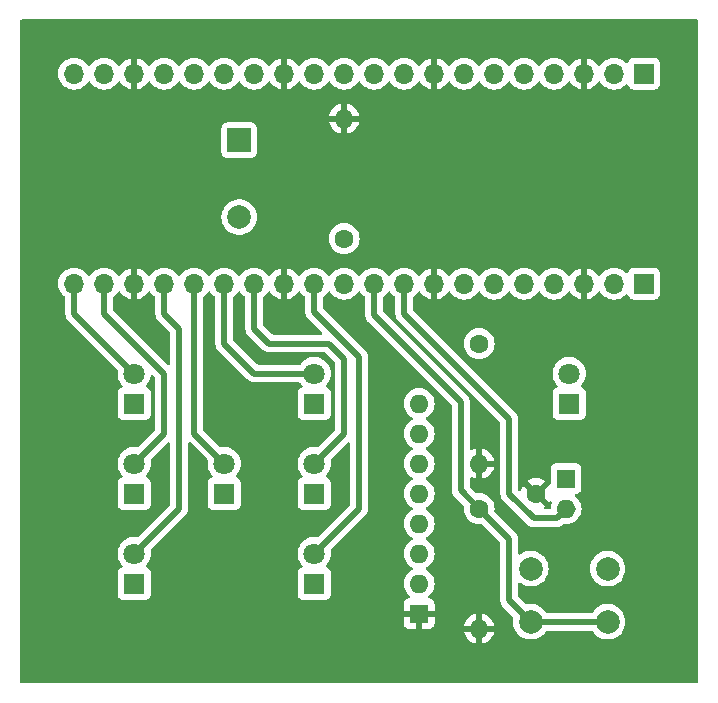
<source format=gbr>
%TF.GenerationSoftware,KiCad,Pcbnew,8.0.2*%
%TF.CreationDate,2024-06-24T20:47:35+02:00*%
%TF.ProjectId,Ampel3,416d7065-6c33-42e6-9b69-6361645f7063,rev?*%
%TF.SameCoordinates,Original*%
%TF.FileFunction,Copper,L1,Top*%
%TF.FilePolarity,Positive*%
%FSLAX46Y46*%
G04 Gerber Fmt 4.6, Leading zero omitted, Abs format (unit mm)*
G04 Created by KiCad (PCBNEW 8.0.2) date 2024-06-24 20:47:35*
%MOMM*%
%LPD*%
G01*
G04 APERTURE LIST*
%TA.AperFunction,ComponentPad*%
%ADD10C,1.600000*%
%TD*%
%TA.AperFunction,ComponentPad*%
%ADD11O,1.600000X1.600000*%
%TD*%
%TA.AperFunction,ComponentPad*%
%ADD12R,1.600000X1.600000*%
%TD*%
%TA.AperFunction,ComponentPad*%
%ADD13R,2.000000X2.000000*%
%TD*%
%TA.AperFunction,ComponentPad*%
%ADD14C,2.000000*%
%TD*%
%TA.AperFunction,ComponentPad*%
%ADD15R,1.800000X1.800000*%
%TD*%
%TA.AperFunction,ComponentPad*%
%ADD16C,1.800000*%
%TD*%
%TA.AperFunction,ComponentPad*%
%ADD17R,1.700000X1.700000*%
%TD*%
%TA.AperFunction,ComponentPad*%
%ADD18O,1.700000X1.700000*%
%TD*%
%TA.AperFunction,Conductor*%
%ADD19C,0.500000*%
%TD*%
G04 APERTURE END LIST*
D10*
%TO.P,R2,1*%
%TO.N,GP28*%
X89370000Y-77940000D03*
D11*
%TO.P,R2,2*%
%TO.N,GND*%
X89370000Y-88100000D03*
%TD*%
D12*
%TO.P,RN1,1,R1*%
%TO.N,GND*%
X84290000Y-100800000D03*
D11*
%TO.P,RN1,2,R1.2*%
%TO.N,Net-(D3-K)*%
X84290000Y-98260000D03*
%TO.P,RN1,3,R2.2*%
%TO.N,Net-(D7-K)*%
X84290000Y-95720000D03*
%TO.P,RN1,4,R3.2*%
%TO.N,Net-(D2-K)*%
X84290000Y-93180000D03*
%TO.P,RN1,5,R4.2*%
%TO.N,Net-(D4-K)*%
X84290000Y-90640000D03*
%TO.P,RN1,6,R5.2*%
%TO.N,Net-(D6-K)*%
X84290000Y-88100000D03*
%TO.P,RN1,7,R6.2*%
%TO.N,Net-(D1-K)*%
X84290000Y-85560000D03*
%TO.P,RN1,8,R7.2*%
%TO.N,Net-(D5-K)*%
X84290000Y-83020000D03*
%TD*%
D13*
%TO.P,BZ1,1,+*%
%TO.N,GP15*%
X69050000Y-60720000D03*
D14*
%TO.P,BZ1,2,-*%
%TO.N,Net-(BZ1--)*%
X69050000Y-67220000D03*
%TD*%
D15*
%TO.P,D3,1,K*%
%TO.N,Net-(D3-K)*%
X60160000Y-98260000D03*
D16*
%TO.P,D3,2,A*%
%TO.N,GP18*%
X60160000Y-95720000D03*
%TD*%
D15*
%TO.P,T2,1,C*%
%TO.N,+3V3*%
X96990000Y-83020000D03*
D16*
%TO.P,T2,2,E*%
%TO.N,GP28*%
X96990000Y-80480000D03*
%TD*%
D17*
%TO.P,Pico_R1,1,Pin_1*%
%TO.N,unconnected-(Pico_R1-Pin_1-Pad1)*%
X103340000Y-72860000D03*
D18*
%TO.P,Pico_R1,2,Pin_2*%
%TO.N,unconnected-(Pico_R1-Pin_2-Pad2)*%
X100800000Y-72860000D03*
%TO.P,Pico_R1,3,Pin_3*%
%TO.N,GND*%
X98260000Y-72860000D03*
%TO.P,Pico_R1,4,Pin_4*%
%TO.N,unconnected-(Pico_R1-Pin_4-Pad4)*%
X95720000Y-72860000D03*
%TO.P,Pico_R1,5,Pin_5*%
%TO.N,+3V3*%
X93180000Y-72860000D03*
%TO.P,Pico_R1,6,Pin_6*%
%TO.N,unconnected-(Pico_R1-Pin_6-Pad6)*%
X90640000Y-72860000D03*
%TO.P,Pico_R1,7,Pin_7*%
%TO.N,GP28*%
X88100000Y-72860000D03*
%TO.P,Pico_R1,8,Pin_8*%
%TO.N,GND*%
X85560000Y-72860000D03*
%TO.P,Pico_R1,9,Pin_9*%
%TO.N,GP27*%
X83020000Y-72860000D03*
%TO.P,Pico_R1,10,Pin_10*%
%TO.N,GP26*%
X80480000Y-72860000D03*
%TO.P,Pico_R1,11,Pin_11*%
%TO.N,unconnected-(Pico_R1-Pin_11-Pad11)*%
X77940000Y-72860000D03*
%TO.P,Pico_R1,12,Pin_12*%
%TO.N,GP22*%
X75400000Y-72860000D03*
%TO.P,Pico_R1,13,Pin_13*%
%TO.N,GND*%
X72860000Y-72860000D03*
%TO.P,Pico_R1,14,Pin_14*%
%TO.N,GP21*%
X70320000Y-72860000D03*
%TO.P,Pico_R1,15,Pin_15*%
%TO.N,GP20*%
X67780000Y-72860000D03*
%TO.P,Pico_R1,16,Pin_16*%
%TO.N,GP19*%
X65240000Y-72860000D03*
%TO.P,Pico_R1,17,Pin_17*%
%TO.N,GP18*%
X62700000Y-72860000D03*
%TO.P,Pico_R1,18,Pin_18*%
%TO.N,GND*%
X60160000Y-72860000D03*
%TO.P,Pico_R1,19,Pin_19*%
%TO.N,GP17*%
X57620000Y-72860000D03*
%TO.P,Pico_R1,20,Pin_20*%
%TO.N,GP16*%
X55080000Y-72860000D03*
%TD*%
D15*
%TO.P,D2,1,K*%
%TO.N,Net-(D2-K)*%
X60160000Y-90640000D03*
D16*
%TO.P,D2,2,A*%
%TO.N,GP17*%
X60160000Y-88100000D03*
%TD*%
D15*
%TO.P,D5,1,K*%
%TO.N,Net-(D5-K)*%
X75400000Y-83020000D03*
D16*
%TO.P,D5,2,A*%
%TO.N,GP20*%
X75400000Y-80480000D03*
%TD*%
D10*
%TO.P,R3,1*%
%TO.N,Net-(BZ1--)*%
X77940000Y-69050000D03*
D11*
%TO.P,R3,2*%
%TO.N,GND*%
X77940000Y-58890000D03*
%TD*%
D17*
%TO.P,Pico_L1,1,Pin_1*%
%TO.N,unconnected-(Pico_L1-Pin_1-Pad1)*%
X103340000Y-55080000D03*
D18*
%TO.P,Pico_L1,2,Pin_2*%
%TO.N,unconnected-(Pico_L1-Pin_2-Pad2)*%
X100800000Y-55080000D03*
%TO.P,Pico_L1,3,Pin_3*%
%TO.N,GND*%
X98260000Y-55080000D03*
%TO.P,Pico_L1,4,Pin_4*%
%TO.N,unconnected-(Pico_L1-Pin_4-Pad4)*%
X95720000Y-55080000D03*
%TO.P,Pico_L1,5,Pin_5*%
%TO.N,unconnected-(Pico_L1-Pin_5-Pad5)*%
X93180000Y-55080000D03*
%TO.P,Pico_L1,6,Pin_6*%
%TO.N,unconnected-(Pico_L1-Pin_6-Pad6)*%
X90640000Y-55080000D03*
%TO.P,Pico_L1,7,Pin_7*%
%TO.N,unconnected-(Pico_L1-Pin_7-Pad7)*%
X88100000Y-55080000D03*
%TO.P,Pico_L1,8,Pin_8*%
%TO.N,GND*%
X85560000Y-55080000D03*
%TO.P,Pico_L1,9,Pin_9*%
%TO.N,unconnected-(Pico_L1-Pin_9-Pad9)*%
X83020000Y-55080000D03*
%TO.P,Pico_L1,10,Pin_10*%
%TO.N,unconnected-(Pico_L1-Pin_10-Pad10)*%
X80480000Y-55080000D03*
%TO.P,Pico_L1,11,Pin_11*%
%TO.N,unconnected-(Pico_L1-Pin_11-Pad11)*%
X77940000Y-55080000D03*
%TO.P,Pico_L1,12,Pin_12*%
%TO.N,unconnected-(Pico_L1-Pin_12-Pad12)*%
X75400000Y-55080000D03*
%TO.P,Pico_L1,13,Pin_13*%
%TO.N,GND*%
X72860000Y-55080000D03*
%TO.P,Pico_L1,14,Pin_14*%
%TO.N,unconnected-(Pico_L1-Pin_14-Pad14)*%
X70320000Y-55080000D03*
%TO.P,Pico_L1,15,Pin_15*%
%TO.N,unconnected-(Pico_L1-Pin_15-Pad15)*%
X67780000Y-55080000D03*
%TO.P,Pico_L1,16,Pin_16*%
%TO.N,unconnected-(Pico_L1-Pin_16-Pad16)*%
X65240000Y-55080000D03*
%TO.P,Pico_L1,17,Pin_17*%
%TO.N,unconnected-(Pico_L1-Pin_17-Pad17)*%
X62700000Y-55080000D03*
%TO.P,Pico_L1,18,Pin_18*%
%TO.N,GND*%
X60160000Y-55080000D03*
%TO.P,Pico_L1,19,Pin_19*%
%TO.N,unconnected-(Pico_L1-Pin_19-Pad19)*%
X57620000Y-55080000D03*
%TO.P,Pico_L1,20,Pin_20*%
%TO.N,GP15*%
X55080000Y-55080000D03*
%TD*%
D15*
%TO.P,D6,1,K*%
%TO.N,Net-(D6-K)*%
X75400000Y-90640000D03*
D16*
%TO.P,D6,2,A*%
%TO.N,GP21*%
X75400000Y-88100000D03*
%TD*%
D15*
%TO.P,D7,1,K*%
%TO.N,Net-(D7-K)*%
X75400000Y-98260000D03*
D16*
%TO.P,D7,2,A*%
%TO.N,GP22*%
X75400000Y-95720000D03*
%TD*%
D15*
%TO.P,D1,1,K*%
%TO.N,Net-(D1-K)*%
X60160000Y-83020000D03*
D16*
%TO.P,D1,2,A*%
%TO.N,GP16*%
X60160000Y-80480000D03*
%TD*%
D14*
%TO.P,SW1,1,1*%
%TO.N,+3V3*%
X93740000Y-96990000D03*
X100240000Y-96990000D03*
%TO.P,SW1,2,2*%
%TO.N,GP26*%
X93740000Y-101490000D03*
X100240000Y-101490000D03*
%TD*%
D15*
%TO.P,D4,1,K*%
%TO.N,Net-(D4-K)*%
X67780000Y-90640000D03*
D16*
%TO.P,D4,2,A*%
%TO.N,GP19*%
X67780000Y-88100000D03*
%TD*%
D12*
%TO.P,IC1,1,VCC*%
%TO.N,+3V3*%
X96730000Y-89370000D03*
D10*
%TO.P,IC1,2,GND*%
%TO.N,GND*%
X94190000Y-90640000D03*
D11*
%TO.P,IC1,3,VOUT*%
%TO.N,GP27*%
X96730000Y-91910000D03*
%TD*%
D10*
%TO.P,R1,1*%
%TO.N,GP26*%
X89370000Y-91910000D03*
D11*
%TO.P,R1,2*%
%TO.N,GND*%
X89370000Y-102070000D03*
%TD*%
D19*
%TO.N,+3V3*%
X96990000Y-89110000D02*
X96730000Y-89370000D01*
%TO.N,GP16*%
X55080000Y-75400000D02*
X60160000Y-80480000D01*
X55080000Y-72860000D02*
X55080000Y-75400000D01*
%TO.N,GP21*%
X70320000Y-76670000D02*
X71590000Y-77940000D01*
X70320000Y-72860000D02*
X70320000Y-76670000D01*
X76670000Y-77940000D02*
X77940000Y-79210000D01*
X77940000Y-85560000D02*
X75400000Y-88100000D01*
X71590000Y-77940000D02*
X76670000Y-77940000D01*
X77940000Y-79210000D02*
X77940000Y-85560000D01*
%TO.N,GP17*%
X62700000Y-85560000D02*
X60160000Y-88100000D01*
X57620000Y-75400000D02*
X62700000Y-80480000D01*
X62700000Y-80480000D02*
X62700000Y-85560000D01*
X57620000Y-72860000D02*
X57620000Y-75400000D01*
%TO.N,GP20*%
X70320000Y-80480000D02*
X75400000Y-80480000D01*
X67780000Y-77940000D02*
X70320000Y-80480000D01*
X67780000Y-72860000D02*
X67780000Y-77940000D01*
%TO.N,GP19*%
X65240000Y-85560000D02*
X67780000Y-88100000D01*
X65240000Y-72860000D02*
X65240000Y-85560000D01*
%TO.N,GP22*%
X79210000Y-79065786D02*
X79210000Y-91910000D01*
X75400000Y-72860000D02*
X75400000Y-75255786D01*
X75400000Y-75255786D02*
X79210000Y-79065786D01*
X79210000Y-91910000D02*
X75400000Y-95720000D01*
%TO.N,GP18*%
X62700000Y-72860000D02*
X62700000Y-75400000D01*
X62700000Y-75400000D02*
X63970000Y-76670000D01*
X63970000Y-76670000D02*
X63970000Y-91910000D01*
X63970000Y-91910000D02*
X60160000Y-95720000D01*
%TO.N,GP26*%
X91910000Y-99660000D02*
X93740000Y-101490000D01*
X87820000Y-90360000D02*
X89370000Y-91910000D01*
X80480000Y-75544214D02*
X87820000Y-82884214D01*
X80480000Y-72860000D02*
X80480000Y-75544214D01*
X91910000Y-94450000D02*
X91910000Y-99660000D01*
X89370000Y-91910000D02*
X91910000Y-94450000D01*
X87820000Y-82884214D02*
X87820000Y-90360000D01*
X93740000Y-101490000D02*
X100240000Y-101490000D01*
%TO.N,GP27*%
X95930001Y-92709999D02*
X96730000Y-91910000D01*
X93979999Y-92709999D02*
X95930001Y-92709999D01*
X83020000Y-75400000D02*
X91910000Y-84290000D01*
X97290000Y-91910000D02*
X96730000Y-91910000D01*
X91910000Y-90640000D02*
X93979999Y-92709999D01*
X83020000Y-72860000D02*
X83020000Y-75400000D01*
X91910000Y-84290000D02*
X91910000Y-90640000D01*
%TD*%
%TA.AperFunction,Conductor*%
%TO.N,GND*%
G36*
X95269024Y-91365471D02*
G01*
X95294140Y-91329602D01*
X95348717Y-91285978D01*
X95418216Y-91278785D01*
X95480570Y-91310307D01*
X95515984Y-91370537D01*
X95513213Y-91440352D01*
X95508100Y-91453124D01*
X95503264Y-91463495D01*
X95503258Y-91463511D01*
X95444366Y-91683302D01*
X95444364Y-91683312D01*
X95430104Y-91846307D01*
X95404651Y-91911375D01*
X95348060Y-91952354D01*
X95306576Y-91959499D01*
X94965318Y-91959499D01*
X94898279Y-91939814D01*
X94852524Y-91887010D01*
X94842580Y-91817852D01*
X94871605Y-91754296D01*
X94894193Y-91733925D01*
X94915471Y-91719024D01*
X94236447Y-91040000D01*
X94242661Y-91040000D01*
X94344394Y-91012741D01*
X94435606Y-90960080D01*
X94510080Y-90885606D01*
X94562741Y-90794394D01*
X94590000Y-90692661D01*
X94590000Y-90686447D01*
X95269024Y-91365471D01*
G37*
%TD.AperFunction*%
%TA.AperFunction,Conductor*%
G36*
X60410000Y-74190633D02*
G01*
X60623483Y-74133433D01*
X60623492Y-74133429D01*
X60837578Y-74033600D01*
X61031082Y-73898105D01*
X61198105Y-73731082D01*
X61328119Y-73545405D01*
X61382696Y-73501781D01*
X61452195Y-73494588D01*
X61514549Y-73526110D01*
X61531269Y-73545405D01*
X61661505Y-73731401D01*
X61661506Y-73731402D01*
X61828595Y-73898492D01*
X61828598Y-73898494D01*
X61828599Y-73898495D01*
X61896623Y-73946125D01*
X61940248Y-74000701D01*
X61949500Y-74047700D01*
X61949500Y-75473918D01*
X61949500Y-75473920D01*
X61949499Y-75473920D01*
X61978340Y-75618907D01*
X61978343Y-75618917D01*
X62034913Y-75755490D01*
X62034917Y-75755497D01*
X62040011Y-75763120D01*
X62040013Y-75763126D01*
X62040014Y-75763126D01*
X62117046Y-75878414D01*
X62117052Y-75878421D01*
X63183181Y-76944548D01*
X63216666Y-77005871D01*
X63219500Y-77032229D01*
X63219500Y-79638770D01*
X63199815Y-79705809D01*
X63147011Y-79751564D01*
X63077853Y-79761508D01*
X63014297Y-79732483D01*
X63007819Y-79726451D01*
X58406819Y-75125451D01*
X58373334Y-75064128D01*
X58370500Y-75037770D01*
X58370500Y-74047700D01*
X58390185Y-73980661D01*
X58423375Y-73946126D01*
X58491401Y-73898495D01*
X58658495Y-73731401D01*
X58788730Y-73545405D01*
X58843307Y-73501781D01*
X58912805Y-73494587D01*
X58975160Y-73526110D01*
X58991879Y-73545405D01*
X59121890Y-73731078D01*
X59288917Y-73898105D01*
X59482421Y-74033600D01*
X59696507Y-74133429D01*
X59696516Y-74133433D01*
X59910000Y-74190634D01*
X59910000Y-73293012D01*
X59967007Y-73325925D01*
X60094174Y-73360000D01*
X60225826Y-73360000D01*
X60352993Y-73325925D01*
X60410000Y-73293012D01*
X60410000Y-74190633D01*
G37*
%TD.AperFunction*%
%TA.AperFunction,Conductor*%
G36*
X73110000Y-74190633D02*
G01*
X73323483Y-74133433D01*
X73323492Y-74133429D01*
X73537578Y-74033600D01*
X73731082Y-73898105D01*
X73898105Y-73731082D01*
X74028119Y-73545405D01*
X74082696Y-73501781D01*
X74152195Y-73494588D01*
X74214549Y-73526110D01*
X74231269Y-73545405D01*
X74361505Y-73731401D01*
X74361506Y-73731402D01*
X74528595Y-73898492D01*
X74528598Y-73898494D01*
X74528599Y-73898495D01*
X74596623Y-73946125D01*
X74640248Y-74000701D01*
X74649500Y-74047700D01*
X74649500Y-75329704D01*
X74649500Y-75329706D01*
X74649499Y-75329706D01*
X74678340Y-75474693D01*
X74678343Y-75474703D01*
X74734911Y-75611273D01*
X74734915Y-75611279D01*
X74734916Y-75611281D01*
X74739492Y-75618129D01*
X74739493Y-75618132D01*
X74739494Y-75618132D01*
X74817051Y-75734206D01*
X74817052Y-75734207D01*
X76060665Y-76977819D01*
X76094150Y-77039142D01*
X76089166Y-77108834D01*
X76047294Y-77164767D01*
X75981830Y-77189184D01*
X75972984Y-77189500D01*
X71952229Y-77189500D01*
X71885190Y-77169815D01*
X71864548Y-77153181D01*
X71106819Y-76395451D01*
X71073334Y-76334128D01*
X71070500Y-76307770D01*
X71070500Y-74047700D01*
X71090185Y-73980661D01*
X71123375Y-73946126D01*
X71191401Y-73898495D01*
X71358495Y-73731401D01*
X71488730Y-73545405D01*
X71543307Y-73501781D01*
X71612805Y-73494587D01*
X71675160Y-73526110D01*
X71691879Y-73545405D01*
X71821890Y-73731078D01*
X71988917Y-73898105D01*
X72182421Y-74033600D01*
X72396507Y-74133429D01*
X72396516Y-74133433D01*
X72610000Y-74190634D01*
X72610000Y-73293012D01*
X72667007Y-73325925D01*
X72794174Y-73360000D01*
X72925826Y-73360000D01*
X73052993Y-73325925D01*
X73110000Y-73293012D01*
X73110000Y-74190633D01*
G37*
%TD.AperFunction*%
%TA.AperFunction,Conductor*%
G36*
X107862539Y-50520185D02*
G01*
X107908294Y-50572989D01*
X107919500Y-50624500D01*
X107919500Y-106578100D01*
X107899815Y-106645139D01*
X107847011Y-106690894D01*
X107795500Y-106702100D01*
X50624500Y-106702100D01*
X50557461Y-106682415D01*
X50511706Y-106629611D01*
X50500500Y-106578100D01*
X50500500Y-72859999D01*
X53724341Y-72859999D01*
X53724341Y-72860000D01*
X53744936Y-73095403D01*
X53744938Y-73095413D01*
X53806094Y-73323655D01*
X53806096Y-73323659D01*
X53806097Y-73323663D01*
X53885801Y-73494588D01*
X53905965Y-73537830D01*
X53905967Y-73537834D01*
X54014281Y-73692521D01*
X54041504Y-73731400D01*
X54041506Y-73731402D01*
X54208595Y-73898492D01*
X54208598Y-73898494D01*
X54208599Y-73898495D01*
X54276623Y-73946125D01*
X54320248Y-74000701D01*
X54329500Y-74047700D01*
X54329500Y-75473918D01*
X54329500Y-75473920D01*
X54329499Y-75473920D01*
X54358340Y-75618907D01*
X54358343Y-75618917D01*
X54414913Y-75755490D01*
X54414917Y-75755497D01*
X54420011Y-75763120D01*
X54420013Y-75763126D01*
X54420014Y-75763126D01*
X54497046Y-75878414D01*
X54497052Y-75878421D01*
X58742930Y-80124298D01*
X58776415Y-80185621D01*
X58775456Y-80242415D01*
X58773865Y-80248697D01*
X58754700Y-80479993D01*
X58754700Y-80480006D01*
X58773864Y-80711297D01*
X58773866Y-80711308D01*
X58830842Y-80936300D01*
X58924075Y-81148848D01*
X59051016Y-81343147D01*
X59051019Y-81343151D01*
X59051021Y-81343153D01*
X59145803Y-81446114D01*
X59176724Y-81508767D01*
X59168864Y-81578193D01*
X59124716Y-81632348D01*
X59097906Y-81646277D01*
X59017669Y-81676203D01*
X59017664Y-81676206D01*
X58902455Y-81762452D01*
X58902452Y-81762455D01*
X58816206Y-81877664D01*
X58816202Y-81877671D01*
X58765908Y-82012517D01*
X58765109Y-82019954D01*
X58759501Y-82072123D01*
X58759500Y-82072135D01*
X58759500Y-83967870D01*
X58759501Y-83967876D01*
X58765908Y-84027483D01*
X58816202Y-84162328D01*
X58816206Y-84162335D01*
X58902452Y-84277544D01*
X58902455Y-84277547D01*
X59017664Y-84363793D01*
X59017671Y-84363797D01*
X59152517Y-84414091D01*
X59152516Y-84414091D01*
X59159444Y-84414835D01*
X59212127Y-84420500D01*
X61107872Y-84420499D01*
X61167483Y-84414091D01*
X61302331Y-84363796D01*
X61417546Y-84277546D01*
X61503796Y-84162331D01*
X61554091Y-84027483D01*
X61560500Y-83967873D01*
X61560499Y-82072128D01*
X61554091Y-82012517D01*
X61508183Y-81889432D01*
X61503797Y-81877671D01*
X61503793Y-81877664D01*
X61417547Y-81762455D01*
X61417544Y-81762452D01*
X61302335Y-81676206D01*
X61302328Y-81676202D01*
X61222094Y-81646277D01*
X61166160Y-81604406D01*
X61141743Y-81538941D01*
X61156595Y-81470668D01*
X61174190Y-81446121D01*
X61268979Y-81343153D01*
X61395924Y-81148849D01*
X61489157Y-80936300D01*
X61546134Y-80711305D01*
X61548820Y-80678885D01*
X61573971Y-80613703D01*
X61630372Y-80572464D01*
X61700116Y-80568264D01*
X61760077Y-80601445D01*
X61913181Y-80754549D01*
X61946666Y-80815872D01*
X61949500Y-80842230D01*
X61949500Y-85197769D01*
X61929815Y-85264808D01*
X61913181Y-85285450D01*
X60512362Y-86686268D01*
X60451039Y-86719753D01*
X60404272Y-86720896D01*
X60276049Y-86699500D01*
X60043951Y-86699500D01*
X59998164Y-86707140D01*
X59815015Y-86737702D01*
X59595504Y-86813061D01*
X59595495Y-86813064D01*
X59391371Y-86923531D01*
X59391365Y-86923535D01*
X59208222Y-87066081D01*
X59208219Y-87066084D01*
X59051016Y-87236852D01*
X58924075Y-87431151D01*
X58830842Y-87643699D01*
X58773866Y-87868691D01*
X58773864Y-87868702D01*
X58754700Y-88099993D01*
X58754700Y-88100006D01*
X58773864Y-88331297D01*
X58773866Y-88331308D01*
X58830842Y-88556300D01*
X58924075Y-88768848D01*
X59051016Y-88963147D01*
X59051019Y-88963151D01*
X59051021Y-88963153D01*
X59145803Y-89066114D01*
X59176724Y-89128767D01*
X59168864Y-89198193D01*
X59124716Y-89252348D01*
X59097906Y-89266277D01*
X59017669Y-89296203D01*
X59017664Y-89296206D01*
X58902455Y-89382452D01*
X58902452Y-89382455D01*
X58816206Y-89497664D01*
X58816202Y-89497671D01*
X58765908Y-89632517D01*
X58765109Y-89639954D01*
X58759501Y-89692123D01*
X58759500Y-89692135D01*
X58759500Y-91587870D01*
X58759501Y-91587876D01*
X58765908Y-91647483D01*
X58816202Y-91782328D01*
X58816206Y-91782335D01*
X58902452Y-91897544D01*
X58902455Y-91897547D01*
X59017664Y-91983793D01*
X59017671Y-91983797D01*
X59152517Y-92034091D01*
X59152516Y-92034091D01*
X59159444Y-92034835D01*
X59212127Y-92040500D01*
X61107872Y-92040499D01*
X61167483Y-92034091D01*
X61302331Y-91983796D01*
X61417546Y-91897546D01*
X61503796Y-91782331D01*
X61554091Y-91647483D01*
X61560500Y-91587873D01*
X61560499Y-89692128D01*
X61554091Y-89632517D01*
X61527407Y-89560974D01*
X61503797Y-89497671D01*
X61503793Y-89497664D01*
X61417547Y-89382455D01*
X61417544Y-89382452D01*
X61302335Y-89296206D01*
X61302328Y-89296202D01*
X61222094Y-89266277D01*
X61166160Y-89224406D01*
X61141743Y-89158941D01*
X61156595Y-89090668D01*
X61174190Y-89066121D01*
X61268979Y-88963153D01*
X61395924Y-88768849D01*
X61489157Y-88556300D01*
X61546134Y-88331305D01*
X61546435Y-88327671D01*
X61565300Y-88100006D01*
X61565300Y-88099993D01*
X61546135Y-87868708D01*
X61546134Y-87868695D01*
X61544546Y-87862424D01*
X61547166Y-87792607D01*
X61577066Y-87744300D01*
X63007819Y-86313548D01*
X63069142Y-86280063D01*
X63138834Y-86285047D01*
X63194767Y-86326919D01*
X63219184Y-86392383D01*
X63219500Y-86401229D01*
X63219500Y-91547769D01*
X63199815Y-91614808D01*
X63183181Y-91635450D01*
X60512362Y-94306268D01*
X60451039Y-94339753D01*
X60404272Y-94340896D01*
X60276049Y-94319500D01*
X60043951Y-94319500D01*
X59998164Y-94327140D01*
X59815015Y-94357702D01*
X59595504Y-94433061D01*
X59595495Y-94433064D01*
X59391371Y-94543531D01*
X59391365Y-94543535D01*
X59208222Y-94686081D01*
X59208219Y-94686084D01*
X59051016Y-94856852D01*
X58924075Y-95051151D01*
X58830842Y-95263699D01*
X58773866Y-95488691D01*
X58773864Y-95488702D01*
X58754700Y-95719993D01*
X58754700Y-95720006D01*
X58773864Y-95951297D01*
X58773866Y-95951308D01*
X58830842Y-96176300D01*
X58924075Y-96388848D01*
X59051016Y-96583147D01*
X59051019Y-96583151D01*
X59051021Y-96583153D01*
X59145803Y-96686114D01*
X59176724Y-96748767D01*
X59168864Y-96818193D01*
X59124716Y-96872348D01*
X59097906Y-96886277D01*
X59017669Y-96916203D01*
X59017664Y-96916206D01*
X58902455Y-97002452D01*
X58902452Y-97002455D01*
X58816206Y-97117664D01*
X58816202Y-97117671D01*
X58765908Y-97252517D01*
X58765109Y-97259954D01*
X58759501Y-97312123D01*
X58759500Y-97312135D01*
X58759500Y-99207870D01*
X58759501Y-99207876D01*
X58765908Y-99267483D01*
X58816202Y-99402328D01*
X58816206Y-99402335D01*
X58902452Y-99517544D01*
X58902455Y-99517547D01*
X59017664Y-99603793D01*
X59017671Y-99603797D01*
X59152517Y-99654091D01*
X59152516Y-99654091D01*
X59159444Y-99654835D01*
X59212127Y-99660500D01*
X61107872Y-99660499D01*
X61167483Y-99654091D01*
X61302331Y-99603796D01*
X61417546Y-99517546D01*
X61503796Y-99402331D01*
X61554091Y-99267483D01*
X61560500Y-99207873D01*
X61560499Y-97312128D01*
X61554091Y-97252517D01*
X61548606Y-97237812D01*
X61503797Y-97117671D01*
X61503793Y-97117664D01*
X61417547Y-97002455D01*
X61417544Y-97002452D01*
X61302335Y-96916206D01*
X61302328Y-96916202D01*
X61222094Y-96886277D01*
X61166160Y-96844406D01*
X61141743Y-96778941D01*
X61156595Y-96710668D01*
X61174190Y-96686121D01*
X61268979Y-96583153D01*
X61395924Y-96388849D01*
X61489157Y-96176300D01*
X61546134Y-95951305D01*
X61546135Y-95951297D01*
X61565300Y-95720006D01*
X61565300Y-95719993D01*
X61546135Y-95488708D01*
X61546134Y-95488695D01*
X61544546Y-95482424D01*
X61547166Y-95412607D01*
X61577066Y-95364300D01*
X64552952Y-92388415D01*
X64589214Y-92334143D01*
X64625726Y-92279501D01*
X64628845Y-92274831D01*
X64635084Y-92265495D01*
X64688436Y-92136692D01*
X64691659Y-92128912D01*
X64720500Y-91983917D01*
X64720500Y-91836082D01*
X64720500Y-86401229D01*
X64740185Y-86334190D01*
X64792989Y-86288435D01*
X64862147Y-86278491D01*
X64925703Y-86307516D01*
X64932181Y-86313548D01*
X66362930Y-87744297D01*
X66396415Y-87805620D01*
X66395456Y-87862412D01*
X66393866Y-87868691D01*
X66393865Y-87868695D01*
X66374700Y-88099993D01*
X66374700Y-88100006D01*
X66393864Y-88331297D01*
X66393866Y-88331308D01*
X66450842Y-88556300D01*
X66544075Y-88768848D01*
X66671016Y-88963147D01*
X66671019Y-88963151D01*
X66671021Y-88963153D01*
X66765803Y-89066114D01*
X66796724Y-89128767D01*
X66788864Y-89198193D01*
X66744716Y-89252348D01*
X66717906Y-89266277D01*
X66637669Y-89296203D01*
X66637664Y-89296206D01*
X66522455Y-89382452D01*
X66522452Y-89382455D01*
X66436206Y-89497664D01*
X66436202Y-89497671D01*
X66385908Y-89632517D01*
X66385109Y-89639954D01*
X66379501Y-89692123D01*
X66379500Y-89692135D01*
X66379500Y-91587870D01*
X66379501Y-91587876D01*
X66385908Y-91647483D01*
X66436202Y-91782328D01*
X66436206Y-91782335D01*
X66522452Y-91897544D01*
X66522455Y-91897547D01*
X66637664Y-91983793D01*
X66637671Y-91983797D01*
X66772517Y-92034091D01*
X66772516Y-92034091D01*
X66779444Y-92034835D01*
X66832127Y-92040500D01*
X68727872Y-92040499D01*
X68787483Y-92034091D01*
X68922331Y-91983796D01*
X69037546Y-91897546D01*
X69123796Y-91782331D01*
X69174091Y-91647483D01*
X69180500Y-91587873D01*
X69180499Y-89692128D01*
X69174091Y-89632517D01*
X69147407Y-89560974D01*
X69123797Y-89497671D01*
X69123793Y-89497664D01*
X69037547Y-89382455D01*
X69037544Y-89382452D01*
X68922335Y-89296206D01*
X68922328Y-89296202D01*
X68842094Y-89266277D01*
X68786160Y-89224406D01*
X68761743Y-89158941D01*
X68776595Y-89090668D01*
X68794190Y-89066121D01*
X68888979Y-88963153D01*
X69015924Y-88768849D01*
X69109157Y-88556300D01*
X69166134Y-88331305D01*
X69166435Y-88327671D01*
X69185300Y-88100006D01*
X69185300Y-88099993D01*
X69166135Y-87868702D01*
X69166133Y-87868691D01*
X69109157Y-87643699D01*
X69015924Y-87431151D01*
X68888983Y-87236852D01*
X68888980Y-87236849D01*
X68888979Y-87236847D01*
X68731784Y-87066087D01*
X68731779Y-87066083D01*
X68731777Y-87066081D01*
X68548634Y-86923535D01*
X68548628Y-86923531D01*
X68344504Y-86813064D01*
X68344495Y-86813061D01*
X68124984Y-86737702D01*
X67953282Y-86709050D01*
X67896049Y-86699500D01*
X67663951Y-86699500D01*
X67535725Y-86720896D01*
X67466360Y-86712514D01*
X67427635Y-86686268D01*
X66026819Y-85285451D01*
X65993334Y-85224128D01*
X65990500Y-85197770D01*
X65990500Y-74047700D01*
X66010185Y-73980661D01*
X66043375Y-73946126D01*
X66111401Y-73898495D01*
X66278495Y-73731401D01*
X66408425Y-73545842D01*
X66463002Y-73502217D01*
X66532500Y-73495023D01*
X66594855Y-73526546D01*
X66611575Y-73545842D01*
X66741501Y-73731396D01*
X66741506Y-73731402D01*
X66908595Y-73898492D01*
X66908598Y-73898494D01*
X66908599Y-73898495D01*
X66976623Y-73946125D01*
X67020248Y-74000701D01*
X67029500Y-74047700D01*
X67029500Y-78013918D01*
X67029500Y-78013920D01*
X67029499Y-78013920D01*
X67058340Y-78158907D01*
X67058343Y-78158917D01*
X67114912Y-78295488D01*
X67114918Y-78295499D01*
X67128137Y-78315281D01*
X67128139Y-78315286D01*
X67197046Y-78418414D01*
X67197052Y-78418421D01*
X69178675Y-80400042D01*
X69737048Y-80958415D01*
X69737049Y-80958416D01*
X69841584Y-81062951D01*
X69841585Y-81062952D01*
X69964498Y-81145080D01*
X69964511Y-81145087D01*
X70101082Y-81201656D01*
X70101087Y-81201658D01*
X70101091Y-81201658D01*
X70101092Y-81201659D01*
X70246079Y-81230500D01*
X70246082Y-81230500D01*
X74150315Y-81230500D01*
X74217354Y-81250185D01*
X74254123Y-81286678D01*
X74291015Y-81343145D01*
X74291016Y-81343146D01*
X74291021Y-81343153D01*
X74385803Y-81446114D01*
X74416724Y-81508767D01*
X74408864Y-81578193D01*
X74364716Y-81632348D01*
X74337906Y-81646277D01*
X74257669Y-81676203D01*
X74257664Y-81676206D01*
X74142455Y-81762452D01*
X74142452Y-81762455D01*
X74056206Y-81877664D01*
X74056202Y-81877671D01*
X74005908Y-82012517D01*
X74005109Y-82019954D01*
X73999501Y-82072123D01*
X73999500Y-82072135D01*
X73999500Y-83967870D01*
X73999501Y-83967876D01*
X74005908Y-84027483D01*
X74056202Y-84162328D01*
X74056206Y-84162335D01*
X74142452Y-84277544D01*
X74142455Y-84277547D01*
X74257664Y-84363793D01*
X74257671Y-84363797D01*
X74392517Y-84414091D01*
X74392516Y-84414091D01*
X74399444Y-84414835D01*
X74452127Y-84420500D01*
X76347872Y-84420499D01*
X76407483Y-84414091D01*
X76542331Y-84363796D01*
X76657546Y-84277546D01*
X76743796Y-84162331D01*
X76794091Y-84027483D01*
X76800500Y-83967873D01*
X76800499Y-82072128D01*
X76794091Y-82012517D01*
X76748183Y-81889432D01*
X76743797Y-81877671D01*
X76743793Y-81877664D01*
X76657547Y-81762455D01*
X76657544Y-81762452D01*
X76542335Y-81676206D01*
X76542328Y-81676202D01*
X76462094Y-81646277D01*
X76406160Y-81604406D01*
X76381743Y-81538941D01*
X76396595Y-81470668D01*
X76414190Y-81446121D01*
X76508979Y-81343153D01*
X76635924Y-81148849D01*
X76729157Y-80936300D01*
X76786134Y-80711305D01*
X76788820Y-80678889D01*
X76805300Y-80480006D01*
X76805300Y-80479993D01*
X76786135Y-80248702D01*
X76786133Y-80248691D01*
X76729157Y-80023699D01*
X76635924Y-79811151D01*
X76508983Y-79616852D01*
X76508980Y-79616849D01*
X76508979Y-79616847D01*
X76351784Y-79446087D01*
X76351779Y-79446083D01*
X76351777Y-79446081D01*
X76168634Y-79303535D01*
X76168628Y-79303531D01*
X75964504Y-79193064D01*
X75964495Y-79193061D01*
X75744984Y-79117702D01*
X75573282Y-79089050D01*
X75516049Y-79079500D01*
X75283951Y-79079500D01*
X75238164Y-79087140D01*
X75055015Y-79117702D01*
X74835504Y-79193061D01*
X74835495Y-79193064D01*
X74631371Y-79303531D01*
X74631365Y-79303535D01*
X74448222Y-79446081D01*
X74448219Y-79446084D01*
X74448216Y-79446086D01*
X74448216Y-79446087D01*
X74379377Y-79520867D01*
X74291015Y-79616854D01*
X74254123Y-79673322D01*
X74200977Y-79718678D01*
X74150315Y-79729500D01*
X70682229Y-79729500D01*
X70615190Y-79709815D01*
X70594548Y-79693181D01*
X68566819Y-77665451D01*
X68533334Y-77604128D01*
X68530500Y-77577770D01*
X68530500Y-74047700D01*
X68550185Y-73980661D01*
X68583375Y-73946126D01*
X68651401Y-73898495D01*
X68818495Y-73731401D01*
X68948425Y-73545842D01*
X69003002Y-73502217D01*
X69072500Y-73495023D01*
X69134855Y-73526546D01*
X69151575Y-73545842D01*
X69281501Y-73731396D01*
X69281506Y-73731402D01*
X69448595Y-73898492D01*
X69448598Y-73898494D01*
X69448599Y-73898495D01*
X69516623Y-73946125D01*
X69560248Y-74000701D01*
X69569500Y-74047700D01*
X69569500Y-76743918D01*
X69569500Y-76743920D01*
X69569499Y-76743920D01*
X69598340Y-76888907D01*
X69598343Y-76888917D01*
X69654913Y-77025490D01*
X69654915Y-77025493D01*
X69664274Y-77039501D01*
X69737049Y-77148418D01*
X69737052Y-77148421D01*
X71007049Y-78418416D01*
X71071468Y-78482835D01*
X71111585Y-78522952D01*
X71234498Y-78605080D01*
X71234511Y-78605087D01*
X71371082Y-78661656D01*
X71371087Y-78661658D01*
X71371091Y-78661658D01*
X71371092Y-78661659D01*
X71516079Y-78690500D01*
X71516082Y-78690500D01*
X76307770Y-78690500D01*
X76374809Y-78710185D01*
X76395451Y-78726819D01*
X77153181Y-79484548D01*
X77186666Y-79545871D01*
X77189500Y-79572229D01*
X77189500Y-85197769D01*
X77169815Y-85264808D01*
X77153181Y-85285450D01*
X75752362Y-86686268D01*
X75691039Y-86719753D01*
X75644272Y-86720896D01*
X75516049Y-86699500D01*
X75283951Y-86699500D01*
X75238164Y-86707140D01*
X75055015Y-86737702D01*
X74835504Y-86813061D01*
X74835495Y-86813064D01*
X74631371Y-86923531D01*
X74631365Y-86923535D01*
X74448222Y-87066081D01*
X74448219Y-87066084D01*
X74291016Y-87236852D01*
X74164075Y-87431151D01*
X74070842Y-87643699D01*
X74013866Y-87868691D01*
X74013864Y-87868702D01*
X73994700Y-88099993D01*
X73994700Y-88100006D01*
X74013864Y-88331297D01*
X74013866Y-88331308D01*
X74070842Y-88556300D01*
X74164075Y-88768848D01*
X74291016Y-88963147D01*
X74291019Y-88963151D01*
X74291021Y-88963153D01*
X74385803Y-89066114D01*
X74416724Y-89128767D01*
X74408864Y-89198193D01*
X74364716Y-89252348D01*
X74337906Y-89266277D01*
X74257669Y-89296203D01*
X74257664Y-89296206D01*
X74142455Y-89382452D01*
X74142452Y-89382455D01*
X74056206Y-89497664D01*
X74056202Y-89497671D01*
X74005908Y-89632517D01*
X74005109Y-89639954D01*
X73999501Y-89692123D01*
X73999500Y-89692135D01*
X73999500Y-91587870D01*
X73999501Y-91587876D01*
X74005908Y-91647483D01*
X74056202Y-91782328D01*
X74056206Y-91782335D01*
X74142452Y-91897544D01*
X74142455Y-91897547D01*
X74257664Y-91983793D01*
X74257671Y-91983797D01*
X74392517Y-92034091D01*
X74392516Y-92034091D01*
X74399444Y-92034835D01*
X74452127Y-92040500D01*
X76347872Y-92040499D01*
X76407483Y-92034091D01*
X76542331Y-91983796D01*
X76657546Y-91897546D01*
X76743796Y-91782331D01*
X76794091Y-91647483D01*
X76800500Y-91587873D01*
X76800499Y-89692128D01*
X76794091Y-89632517D01*
X76767407Y-89560974D01*
X76743797Y-89497671D01*
X76743793Y-89497664D01*
X76657547Y-89382455D01*
X76657544Y-89382452D01*
X76542335Y-89296206D01*
X76542328Y-89296202D01*
X76462094Y-89266277D01*
X76406160Y-89224406D01*
X76381743Y-89158941D01*
X76396595Y-89090668D01*
X76414190Y-89066121D01*
X76508979Y-88963153D01*
X76635924Y-88768849D01*
X76729157Y-88556300D01*
X76786134Y-88331305D01*
X76786435Y-88327671D01*
X76805300Y-88100006D01*
X76805300Y-88099993D01*
X76786135Y-87868708D01*
X76786134Y-87868695D01*
X76784546Y-87862424D01*
X76787166Y-87792607D01*
X76817066Y-87744300D01*
X78247819Y-86313548D01*
X78309142Y-86280063D01*
X78378834Y-86285047D01*
X78434767Y-86326919D01*
X78459184Y-86392383D01*
X78459500Y-86401229D01*
X78459500Y-91547769D01*
X78439815Y-91614808D01*
X78423181Y-91635450D01*
X75752362Y-94306268D01*
X75691039Y-94339753D01*
X75644272Y-94340896D01*
X75516049Y-94319500D01*
X75283951Y-94319500D01*
X75238164Y-94327140D01*
X75055015Y-94357702D01*
X74835504Y-94433061D01*
X74835495Y-94433064D01*
X74631371Y-94543531D01*
X74631365Y-94543535D01*
X74448222Y-94686081D01*
X74448219Y-94686084D01*
X74291016Y-94856852D01*
X74164075Y-95051151D01*
X74070842Y-95263699D01*
X74013866Y-95488691D01*
X74013864Y-95488702D01*
X73994700Y-95719993D01*
X73994700Y-95720006D01*
X74013864Y-95951297D01*
X74013866Y-95951308D01*
X74070842Y-96176300D01*
X74164075Y-96388848D01*
X74291016Y-96583147D01*
X74291019Y-96583151D01*
X74291021Y-96583153D01*
X74385803Y-96686114D01*
X74416724Y-96748767D01*
X74408864Y-96818193D01*
X74364716Y-96872348D01*
X74337906Y-96886277D01*
X74257669Y-96916203D01*
X74257664Y-96916206D01*
X74142455Y-97002452D01*
X74142452Y-97002455D01*
X74056206Y-97117664D01*
X74056202Y-97117671D01*
X74005908Y-97252517D01*
X74005109Y-97259954D01*
X73999501Y-97312123D01*
X73999500Y-97312135D01*
X73999500Y-99207870D01*
X73999501Y-99207876D01*
X74005908Y-99267483D01*
X74056202Y-99402328D01*
X74056206Y-99402335D01*
X74142452Y-99517544D01*
X74142455Y-99517547D01*
X74257664Y-99603793D01*
X74257671Y-99603797D01*
X74392517Y-99654091D01*
X74392516Y-99654091D01*
X74399444Y-99654835D01*
X74452127Y-99660500D01*
X76347872Y-99660499D01*
X76407483Y-99654091D01*
X76542331Y-99603796D01*
X76657546Y-99517546D01*
X76743796Y-99402331D01*
X76794091Y-99267483D01*
X76800500Y-99207873D01*
X76800499Y-97312128D01*
X76794091Y-97252517D01*
X76788606Y-97237812D01*
X76743797Y-97117671D01*
X76743793Y-97117664D01*
X76657547Y-97002455D01*
X76657544Y-97002452D01*
X76542335Y-96916206D01*
X76542328Y-96916202D01*
X76462094Y-96886277D01*
X76406160Y-96844406D01*
X76381743Y-96778941D01*
X76396595Y-96710668D01*
X76414190Y-96686121D01*
X76508979Y-96583153D01*
X76635924Y-96388849D01*
X76729157Y-96176300D01*
X76786134Y-95951305D01*
X76786135Y-95951297D01*
X76805300Y-95720006D01*
X76805300Y-95719993D01*
X76786135Y-95488708D01*
X76786134Y-95488695D01*
X76784546Y-95482424D01*
X76787166Y-95412607D01*
X76817066Y-95364300D01*
X79792952Y-92388415D01*
X79829214Y-92334143D01*
X79865726Y-92279501D01*
X79868845Y-92274831D01*
X79875084Y-92265495D01*
X79928436Y-92136692D01*
X79931659Y-92128912D01*
X79960500Y-91983917D01*
X79960500Y-91836082D01*
X79960500Y-83019998D01*
X82984532Y-83019998D01*
X82984532Y-83020001D01*
X83004364Y-83246686D01*
X83004366Y-83246697D01*
X83063258Y-83466488D01*
X83063261Y-83466497D01*
X83159431Y-83672732D01*
X83159432Y-83672734D01*
X83289954Y-83859141D01*
X83450858Y-84020045D01*
X83450861Y-84020047D01*
X83637266Y-84150568D01*
X83695275Y-84177618D01*
X83747714Y-84223791D01*
X83766866Y-84290984D01*
X83746650Y-84357865D01*
X83695275Y-84402382D01*
X83637267Y-84429431D01*
X83637265Y-84429432D01*
X83450858Y-84559954D01*
X83289954Y-84720858D01*
X83159432Y-84907265D01*
X83159431Y-84907267D01*
X83063261Y-85113502D01*
X83063258Y-85113511D01*
X83004366Y-85333302D01*
X83004364Y-85333313D01*
X82984532Y-85559998D01*
X82984532Y-85560001D01*
X83004364Y-85786686D01*
X83004366Y-85786697D01*
X83063258Y-86006488D01*
X83063261Y-86006497D01*
X83159431Y-86212732D01*
X83159432Y-86212734D01*
X83289954Y-86399141D01*
X83450858Y-86560045D01*
X83450861Y-86560047D01*
X83637266Y-86690568D01*
X83695275Y-86717618D01*
X83747714Y-86763791D01*
X83766866Y-86830984D01*
X83746650Y-86897865D01*
X83695275Y-86942382D01*
X83637267Y-86969431D01*
X83637265Y-86969432D01*
X83450858Y-87099954D01*
X83289954Y-87260858D01*
X83159432Y-87447265D01*
X83159431Y-87447267D01*
X83063261Y-87653502D01*
X83063258Y-87653511D01*
X83004366Y-87873302D01*
X83004364Y-87873313D01*
X82984532Y-88099998D01*
X82984532Y-88100001D01*
X83004364Y-88326686D01*
X83004366Y-88326697D01*
X83063258Y-88546488D01*
X83063261Y-88546497D01*
X83159431Y-88752732D01*
X83159432Y-88752734D01*
X83289954Y-88939141D01*
X83450858Y-89100045D01*
X83450861Y-89100047D01*
X83637266Y-89230568D01*
X83695275Y-89257618D01*
X83747714Y-89303791D01*
X83766866Y-89370984D01*
X83746650Y-89437865D01*
X83695275Y-89482382D01*
X83637267Y-89509431D01*
X83637265Y-89509432D01*
X83450858Y-89639954D01*
X83289954Y-89800858D01*
X83159432Y-89987265D01*
X83159431Y-89987267D01*
X83063261Y-90193502D01*
X83063258Y-90193511D01*
X83004366Y-90413302D01*
X83004364Y-90413313D01*
X82984532Y-90639998D01*
X82984532Y-90640001D01*
X83004364Y-90866686D01*
X83004366Y-90866697D01*
X83063258Y-91086488D01*
X83063261Y-91086497D01*
X83159431Y-91292732D01*
X83159432Y-91292734D01*
X83289954Y-91479141D01*
X83450858Y-91640045D01*
X83450861Y-91640047D01*
X83637266Y-91770568D01*
X83695275Y-91797618D01*
X83747714Y-91843791D01*
X83766866Y-91910984D01*
X83746650Y-91977865D01*
X83695275Y-92022382D01*
X83637267Y-92049431D01*
X83637265Y-92049432D01*
X83450858Y-92179954D01*
X83289954Y-92340858D01*
X83159432Y-92527265D01*
X83159431Y-92527267D01*
X83063261Y-92733502D01*
X83063258Y-92733511D01*
X83004366Y-92953302D01*
X83004364Y-92953313D01*
X82984532Y-93179998D01*
X82984532Y-93180001D01*
X83004364Y-93406686D01*
X83004366Y-93406697D01*
X83063258Y-93626488D01*
X83063261Y-93626497D01*
X83159431Y-93832732D01*
X83159432Y-93832734D01*
X83289954Y-94019141D01*
X83450858Y-94180045D01*
X83450861Y-94180047D01*
X83637266Y-94310568D01*
X83656421Y-94319500D01*
X83695275Y-94337618D01*
X83747714Y-94383791D01*
X83766866Y-94450984D01*
X83746650Y-94517865D01*
X83695275Y-94562382D01*
X83637267Y-94589431D01*
X83637265Y-94589432D01*
X83450858Y-94719954D01*
X83289954Y-94880858D01*
X83159432Y-95067265D01*
X83159431Y-95067267D01*
X83063261Y-95273502D01*
X83063258Y-95273511D01*
X83004366Y-95493302D01*
X83004364Y-95493313D01*
X82984532Y-95719998D01*
X82984532Y-95720001D01*
X83004364Y-95946686D01*
X83004366Y-95946697D01*
X83063258Y-96166488D01*
X83063261Y-96166497D01*
X83159431Y-96372732D01*
X83159432Y-96372734D01*
X83289954Y-96559141D01*
X83450858Y-96720045D01*
X83450861Y-96720047D01*
X83637266Y-96850568D01*
X83695275Y-96877618D01*
X83747714Y-96923791D01*
X83766866Y-96990984D01*
X83746650Y-97057865D01*
X83695275Y-97102382D01*
X83637267Y-97129431D01*
X83637265Y-97129432D01*
X83450858Y-97259954D01*
X83289954Y-97420858D01*
X83159432Y-97607265D01*
X83159431Y-97607267D01*
X83063261Y-97813502D01*
X83063258Y-97813511D01*
X83004366Y-98033302D01*
X83004364Y-98033313D01*
X82984532Y-98259998D01*
X82984532Y-98260001D01*
X83004364Y-98486686D01*
X83004366Y-98486697D01*
X83063258Y-98706488D01*
X83063261Y-98706497D01*
X83159431Y-98912732D01*
X83159432Y-98912734D01*
X83289954Y-99099141D01*
X83450858Y-99260045D01*
X83476086Y-99277710D01*
X83519711Y-99332287D01*
X83526905Y-99401785D01*
X83495382Y-99464140D01*
X83435153Y-99499554D01*
X83418221Y-99502574D01*
X83382626Y-99506401D01*
X83382620Y-99506403D01*
X83247913Y-99556645D01*
X83247906Y-99556649D01*
X83132812Y-99642809D01*
X83132809Y-99642812D01*
X83046649Y-99757906D01*
X83046645Y-99757913D01*
X82996403Y-99892620D01*
X82996401Y-99892627D01*
X82990000Y-99952155D01*
X82990000Y-100550000D01*
X83974314Y-100550000D01*
X83969920Y-100554394D01*
X83917259Y-100645606D01*
X83890000Y-100747339D01*
X83890000Y-100852661D01*
X83917259Y-100954394D01*
X83969920Y-101045606D01*
X83974314Y-101050000D01*
X82990000Y-101050000D01*
X82990000Y-101647844D01*
X82996401Y-101707372D01*
X82996403Y-101707379D01*
X83046645Y-101842086D01*
X83046649Y-101842093D01*
X83132809Y-101957187D01*
X83132812Y-101957190D01*
X83247906Y-102043350D01*
X83247913Y-102043354D01*
X83382620Y-102093596D01*
X83382627Y-102093598D01*
X83442155Y-102099999D01*
X83442172Y-102100000D01*
X84040000Y-102100000D01*
X84040000Y-101115686D01*
X84044394Y-101120080D01*
X84135606Y-101172741D01*
X84237339Y-101200000D01*
X84342661Y-101200000D01*
X84444394Y-101172741D01*
X84535606Y-101120080D01*
X84540000Y-101115686D01*
X84540000Y-102100000D01*
X85137828Y-102100000D01*
X85137844Y-102099999D01*
X85197372Y-102093598D01*
X85197379Y-102093596D01*
X85332086Y-102043354D01*
X85332093Y-102043350D01*
X85447187Y-101957190D01*
X85447190Y-101957187D01*
X85533350Y-101842093D01*
X85533354Y-101842086D01*
X85541592Y-101819999D01*
X88091127Y-101819999D01*
X88091128Y-101820000D01*
X89054314Y-101820000D01*
X89049920Y-101824394D01*
X88997259Y-101915606D01*
X88970000Y-102017339D01*
X88970000Y-102122661D01*
X88997259Y-102224394D01*
X89049920Y-102315606D01*
X89054314Y-102320000D01*
X88091128Y-102320000D01*
X88143730Y-102516317D01*
X88143734Y-102516326D01*
X88239865Y-102722482D01*
X88370342Y-102908820D01*
X88531179Y-103069657D01*
X88717517Y-103200134D01*
X88923673Y-103296265D01*
X88923682Y-103296269D01*
X89119999Y-103348872D01*
X89120000Y-103348871D01*
X89120000Y-102385686D01*
X89124394Y-102390080D01*
X89215606Y-102442741D01*
X89317339Y-102470000D01*
X89422661Y-102470000D01*
X89524394Y-102442741D01*
X89615606Y-102390080D01*
X89620000Y-102385686D01*
X89620000Y-103348872D01*
X89816317Y-103296269D01*
X89816326Y-103296265D01*
X90022482Y-103200134D01*
X90208820Y-103069657D01*
X90369657Y-102908820D01*
X90500134Y-102722482D01*
X90596265Y-102516326D01*
X90596269Y-102516317D01*
X90648872Y-102320000D01*
X89685686Y-102320000D01*
X89690080Y-102315606D01*
X89742741Y-102224394D01*
X89770000Y-102122661D01*
X89770000Y-102017339D01*
X89742741Y-101915606D01*
X89690080Y-101824394D01*
X89685686Y-101820000D01*
X90648872Y-101820000D01*
X90648872Y-101819999D01*
X90596269Y-101623682D01*
X90596265Y-101623673D01*
X90500134Y-101417517D01*
X90369657Y-101231179D01*
X90208820Y-101070342D01*
X90022482Y-100939865D01*
X89816328Y-100843734D01*
X89620000Y-100791127D01*
X89620000Y-101754314D01*
X89615606Y-101749920D01*
X89524394Y-101697259D01*
X89422661Y-101670000D01*
X89317339Y-101670000D01*
X89215606Y-101697259D01*
X89124394Y-101749920D01*
X89120000Y-101754314D01*
X89120000Y-100791127D01*
X88923671Y-100843734D01*
X88717517Y-100939865D01*
X88531179Y-101070342D01*
X88370342Y-101231179D01*
X88239865Y-101417517D01*
X88143734Y-101623673D01*
X88143730Y-101623682D01*
X88091127Y-101819999D01*
X85541592Y-101819999D01*
X85583596Y-101707379D01*
X85583598Y-101707372D01*
X85589999Y-101647844D01*
X85590000Y-101647827D01*
X85590000Y-101050000D01*
X84605686Y-101050000D01*
X84610080Y-101045606D01*
X84662741Y-100954394D01*
X84690000Y-100852661D01*
X84690000Y-100747339D01*
X84662741Y-100645606D01*
X84610080Y-100554394D01*
X84605686Y-100550000D01*
X85590000Y-100550000D01*
X85590000Y-99952172D01*
X85589999Y-99952155D01*
X85583598Y-99892627D01*
X85583596Y-99892620D01*
X85533354Y-99757913D01*
X85533350Y-99757906D01*
X85447190Y-99642812D01*
X85447187Y-99642809D01*
X85332093Y-99556649D01*
X85332086Y-99556645D01*
X85197379Y-99506403D01*
X85197373Y-99506401D01*
X85161778Y-99502574D01*
X85097228Y-99475835D01*
X85057381Y-99418441D01*
X85054888Y-99348616D01*
X85090542Y-99288528D01*
X85103913Y-99277710D01*
X85129139Y-99260047D01*
X85290047Y-99099139D01*
X85420568Y-98912734D01*
X85516739Y-98706496D01*
X85575635Y-98486692D01*
X85595468Y-98260000D01*
X85575635Y-98033308D01*
X85516739Y-97813504D01*
X85420568Y-97607266D01*
X85290047Y-97420861D01*
X85290045Y-97420858D01*
X85129141Y-97259954D01*
X84942734Y-97129432D01*
X84942728Y-97129429D01*
X84884725Y-97102382D01*
X84832285Y-97056210D01*
X84813133Y-96989017D01*
X84833348Y-96922135D01*
X84884725Y-96877618D01*
X84942734Y-96850568D01*
X85129139Y-96720047D01*
X85290047Y-96559139D01*
X85420568Y-96372734D01*
X85516739Y-96166496D01*
X85575635Y-95946692D01*
X85594635Y-95729524D01*
X85595468Y-95720001D01*
X85595468Y-95719998D01*
X85585947Y-95611172D01*
X85575635Y-95493308D01*
X85516739Y-95273504D01*
X85420568Y-95067266D01*
X85290047Y-94880861D01*
X85290045Y-94880858D01*
X85129141Y-94719954D01*
X84942734Y-94589432D01*
X84942728Y-94589429D01*
X84884725Y-94562382D01*
X84832285Y-94516210D01*
X84813133Y-94449017D01*
X84833348Y-94382135D01*
X84884725Y-94337618D01*
X84942734Y-94310568D01*
X85129139Y-94180047D01*
X85290047Y-94019139D01*
X85420568Y-93832734D01*
X85516739Y-93626496D01*
X85575635Y-93406692D01*
X85595468Y-93180000D01*
X85575635Y-92953308D01*
X85516739Y-92733504D01*
X85420568Y-92527266D01*
X85290047Y-92340861D01*
X85290045Y-92340858D01*
X85129141Y-92179954D01*
X84942734Y-92049432D01*
X84942728Y-92049429D01*
X84884725Y-92022382D01*
X84832285Y-91976210D01*
X84813133Y-91909017D01*
X84833348Y-91842135D01*
X84884725Y-91797618D01*
X84942734Y-91770568D01*
X85129139Y-91640047D01*
X85290047Y-91479139D01*
X85420568Y-91292734D01*
X85516739Y-91086496D01*
X85575635Y-90866692D01*
X85593360Y-90664091D01*
X85595468Y-90640001D01*
X85595468Y-90639998D01*
X85589801Y-90575230D01*
X85575635Y-90413308D01*
X85516739Y-90193504D01*
X85420568Y-89987266D01*
X85290047Y-89800861D01*
X85290045Y-89800858D01*
X85129141Y-89639954D01*
X84942734Y-89509432D01*
X84942728Y-89509429D01*
X84884725Y-89482382D01*
X84832285Y-89436210D01*
X84813133Y-89369017D01*
X84833348Y-89302135D01*
X84884725Y-89257618D01*
X84942734Y-89230568D01*
X85129139Y-89100047D01*
X85290047Y-88939139D01*
X85420568Y-88752734D01*
X85516739Y-88546496D01*
X85575635Y-88326692D01*
X85593176Y-88126202D01*
X85595468Y-88100001D01*
X85595468Y-88099998D01*
X85575635Y-87873313D01*
X85575635Y-87873308D01*
X85516739Y-87653504D01*
X85420568Y-87447266D01*
X85290047Y-87260861D01*
X85290045Y-87260858D01*
X85129141Y-87099954D01*
X84942734Y-86969432D01*
X84942728Y-86969429D01*
X84884725Y-86942382D01*
X84832285Y-86896210D01*
X84813133Y-86829017D01*
X84833348Y-86762135D01*
X84884725Y-86717618D01*
X84942734Y-86690568D01*
X85129139Y-86560047D01*
X85290047Y-86399139D01*
X85420568Y-86212734D01*
X85516739Y-86006496D01*
X85575635Y-85786692D01*
X85595468Y-85560000D01*
X85575635Y-85333308D01*
X85516739Y-85113504D01*
X85420568Y-84907266D01*
X85290047Y-84720861D01*
X85290045Y-84720858D01*
X85129141Y-84559954D01*
X84942734Y-84429432D01*
X84942728Y-84429429D01*
X84884725Y-84402382D01*
X84832285Y-84356210D01*
X84813133Y-84289017D01*
X84833348Y-84222135D01*
X84884725Y-84177618D01*
X84942734Y-84150568D01*
X85129139Y-84020047D01*
X85290047Y-83859139D01*
X85420568Y-83672734D01*
X85516739Y-83466496D01*
X85575635Y-83246692D01*
X85595468Y-83020000D01*
X85575635Y-82793308D01*
X85516739Y-82573504D01*
X85420568Y-82367266D01*
X85290047Y-82180861D01*
X85290045Y-82180858D01*
X85129141Y-82019954D01*
X84942734Y-81889432D01*
X84942732Y-81889431D01*
X84736497Y-81793261D01*
X84736488Y-81793258D01*
X84516697Y-81734366D01*
X84516693Y-81734365D01*
X84516692Y-81734365D01*
X84516691Y-81734364D01*
X84516686Y-81734364D01*
X84290002Y-81714532D01*
X84289998Y-81714532D01*
X84063313Y-81734364D01*
X84063302Y-81734366D01*
X83843511Y-81793258D01*
X83843502Y-81793261D01*
X83637267Y-81889431D01*
X83637265Y-81889432D01*
X83450858Y-82019954D01*
X83289954Y-82180858D01*
X83159432Y-82367265D01*
X83159431Y-82367267D01*
X83063261Y-82573502D01*
X83063258Y-82573511D01*
X83004366Y-82793302D01*
X83004364Y-82793313D01*
X82984532Y-83019998D01*
X79960500Y-83019998D01*
X79960500Y-78991868D01*
X79950192Y-78940047D01*
X79931659Y-78846874D01*
X79877408Y-78715903D01*
X79875764Y-78711308D01*
X79792954Y-78587374D01*
X79792953Y-78587373D01*
X79792951Y-78587370D01*
X79688416Y-78482835D01*
X76186819Y-74981237D01*
X76153334Y-74919914D01*
X76150500Y-74893556D01*
X76150500Y-74047700D01*
X76170185Y-73980661D01*
X76203375Y-73946126D01*
X76271401Y-73898495D01*
X76438495Y-73731401D01*
X76568425Y-73545842D01*
X76623002Y-73502217D01*
X76692500Y-73495023D01*
X76754855Y-73526546D01*
X76771575Y-73545842D01*
X76901500Y-73731395D01*
X76901505Y-73731401D01*
X77068599Y-73898495D01*
X77165384Y-73966265D01*
X77262165Y-74034032D01*
X77262167Y-74034033D01*
X77262170Y-74034035D01*
X77476337Y-74133903D01*
X77704592Y-74195063D01*
X77881034Y-74210500D01*
X77939999Y-74215659D01*
X77940000Y-74215659D01*
X77940001Y-74215659D01*
X77998966Y-74210500D01*
X78175408Y-74195063D01*
X78403663Y-74133903D01*
X78617830Y-74034035D01*
X78811401Y-73898495D01*
X78978495Y-73731401D01*
X79108425Y-73545842D01*
X79163002Y-73502217D01*
X79232500Y-73495023D01*
X79294855Y-73526546D01*
X79311575Y-73545842D01*
X79441501Y-73731396D01*
X79441506Y-73731402D01*
X79608595Y-73898492D01*
X79608598Y-73898494D01*
X79608599Y-73898495D01*
X79676623Y-73946125D01*
X79720248Y-74000701D01*
X79729500Y-74047700D01*
X79729500Y-75618132D01*
X79758340Y-75763120D01*
X79758342Y-75763126D01*
X79814914Y-75899705D01*
X79814918Y-75899712D01*
X79847410Y-75948341D01*
X79897049Y-76022632D01*
X79897052Y-76022635D01*
X87033181Y-83158762D01*
X87066666Y-83220085D01*
X87069500Y-83246443D01*
X87069500Y-90433918D01*
X87069500Y-90433920D01*
X87069499Y-90433920D01*
X87098340Y-90578907D01*
X87098343Y-90578917D01*
X87154913Y-90715489D01*
X87154914Y-90715491D01*
X87154916Y-90715495D01*
X87167023Y-90733615D01*
X87167024Y-90733618D01*
X87237046Y-90838414D01*
X87237052Y-90838421D01*
X88043282Y-91644650D01*
X88076767Y-91705973D01*
X88079129Y-91743137D01*
X88064532Y-91909996D01*
X88064532Y-91910001D01*
X88084169Y-92134462D01*
X88084365Y-92136692D01*
X88094723Y-92175348D01*
X88143258Y-92356488D01*
X88143261Y-92356497D01*
X88239431Y-92562732D01*
X88239432Y-92562734D01*
X88369954Y-92749141D01*
X88530858Y-92910045D01*
X88530861Y-92910047D01*
X88717266Y-93040568D01*
X88923504Y-93136739D01*
X89143308Y-93195635D01*
X89305230Y-93209801D01*
X89369998Y-93215468D01*
X89370000Y-93215468D01*
X89370001Y-93215468D01*
X89390062Y-93213712D01*
X89536861Y-93200869D01*
X89605359Y-93214635D01*
X89635348Y-93236716D01*
X91123181Y-94724548D01*
X91156666Y-94785871D01*
X91159500Y-94812229D01*
X91159500Y-99733918D01*
X91159500Y-99733920D01*
X91159499Y-99733920D01*
X91188340Y-99878907D01*
X91188343Y-99878917D01*
X91244913Y-100015490D01*
X91244918Y-100015499D01*
X91254895Y-100030430D01*
X91254897Y-100030432D01*
X91327051Y-100138420D01*
X91327052Y-100138421D01*
X92240618Y-101051986D01*
X92274103Y-101113309D01*
X92273143Y-101170107D01*
X92254891Y-101242182D01*
X92234357Y-101489994D01*
X92234357Y-101490005D01*
X92254890Y-101737812D01*
X92254892Y-101737824D01*
X92315936Y-101978881D01*
X92415826Y-102206606D01*
X92551833Y-102414782D01*
X92551835Y-102414784D01*
X92551836Y-102414785D01*
X92720256Y-102597738D01*
X92916491Y-102750474D01*
X93135190Y-102868828D01*
X93370386Y-102949571D01*
X93615665Y-102990500D01*
X93864335Y-102990500D01*
X94109614Y-102949571D01*
X94344810Y-102868828D01*
X94563509Y-102750474D01*
X94759744Y-102597738D01*
X94928164Y-102414785D01*
X95005327Y-102296677D01*
X95058474Y-102251322D01*
X95109136Y-102240500D01*
X98870864Y-102240500D01*
X98937903Y-102260185D01*
X98974672Y-102296677D01*
X99051836Y-102414785D01*
X99220256Y-102597738D01*
X99416491Y-102750474D01*
X99635190Y-102868828D01*
X99870386Y-102949571D01*
X100115665Y-102990500D01*
X100364335Y-102990500D01*
X100609614Y-102949571D01*
X100844810Y-102868828D01*
X101063509Y-102750474D01*
X101259744Y-102597738D01*
X101428164Y-102414785D01*
X101564173Y-102206607D01*
X101664063Y-101978881D01*
X101725108Y-101737821D01*
X101725109Y-101737812D01*
X101745643Y-101490005D01*
X101745643Y-101489994D01*
X101725109Y-101242187D01*
X101725107Y-101242175D01*
X101664063Y-101001118D01*
X101564173Y-100773393D01*
X101428166Y-100565217D01*
X101349644Y-100479920D01*
X101259744Y-100382262D01*
X101063509Y-100229526D01*
X101063507Y-100229525D01*
X101063506Y-100229524D01*
X100844811Y-100111172D01*
X100844802Y-100111169D01*
X100609616Y-100030429D01*
X100364335Y-99989500D01*
X100115665Y-99989500D01*
X99870383Y-100030429D01*
X99635197Y-100111169D01*
X99635188Y-100111172D01*
X99416493Y-100229524D01*
X99220257Y-100382261D01*
X99051836Y-100565215D01*
X98974673Y-100683322D01*
X98921526Y-100728678D01*
X98870864Y-100739500D01*
X95109136Y-100739500D01*
X95042097Y-100719815D01*
X95005327Y-100683322D01*
X94980686Y-100645606D01*
X94928164Y-100565215D01*
X94759744Y-100382262D01*
X94563509Y-100229526D01*
X94563507Y-100229525D01*
X94563506Y-100229524D01*
X94344811Y-100111172D01*
X94344802Y-100111169D01*
X94109616Y-100030429D01*
X93864335Y-99989500D01*
X93615665Y-99989500D01*
X93408841Y-100024011D01*
X93339476Y-100015629D01*
X93300751Y-99989383D01*
X92696819Y-99385451D01*
X92663334Y-99324128D01*
X92660500Y-99297770D01*
X92660500Y-98304873D01*
X92680185Y-98237834D01*
X92732989Y-98192079D01*
X92802147Y-98182135D01*
X92860659Y-98207018D01*
X92916491Y-98250474D01*
X93135190Y-98368828D01*
X93370386Y-98449571D01*
X93615665Y-98490500D01*
X93864335Y-98490500D01*
X94109614Y-98449571D01*
X94344810Y-98368828D01*
X94563509Y-98250474D01*
X94759744Y-98097738D01*
X94928164Y-97914785D01*
X95064173Y-97706607D01*
X95164063Y-97478881D01*
X95225108Y-97237821D01*
X95225109Y-97237812D01*
X95245643Y-96990005D01*
X95245643Y-96989994D01*
X98734357Y-96989994D01*
X98734357Y-96990005D01*
X98754890Y-97237812D01*
X98754892Y-97237824D01*
X98815936Y-97478881D01*
X98915826Y-97706606D01*
X99051833Y-97914782D01*
X99051836Y-97914785D01*
X99220256Y-98097738D01*
X99416491Y-98250474D01*
X99635190Y-98368828D01*
X99870386Y-98449571D01*
X100115665Y-98490500D01*
X100364335Y-98490500D01*
X100609614Y-98449571D01*
X100844810Y-98368828D01*
X101063509Y-98250474D01*
X101259744Y-98097738D01*
X101428164Y-97914785D01*
X101564173Y-97706607D01*
X101664063Y-97478881D01*
X101725108Y-97237821D01*
X101725109Y-97237812D01*
X101745643Y-96990005D01*
X101745643Y-96989994D01*
X101725109Y-96742187D01*
X101725107Y-96742175D01*
X101664063Y-96501118D01*
X101564173Y-96273393D01*
X101428166Y-96065217D01*
X101323305Y-95951308D01*
X101259744Y-95882262D01*
X101063509Y-95729526D01*
X101063507Y-95729525D01*
X101063506Y-95729524D01*
X100844811Y-95611172D01*
X100844802Y-95611169D01*
X100609616Y-95530429D01*
X100364335Y-95489500D01*
X100115665Y-95489500D01*
X99870383Y-95530429D01*
X99635197Y-95611169D01*
X99635188Y-95611172D01*
X99416493Y-95729524D01*
X99220257Y-95882261D01*
X99051833Y-96065217D01*
X98915826Y-96273393D01*
X98815936Y-96501118D01*
X98754892Y-96742175D01*
X98754890Y-96742187D01*
X98734357Y-96989994D01*
X95245643Y-96989994D01*
X95225109Y-96742187D01*
X95225107Y-96742175D01*
X95164063Y-96501118D01*
X95064173Y-96273393D01*
X94928166Y-96065217D01*
X94823305Y-95951308D01*
X94759744Y-95882262D01*
X94563509Y-95729526D01*
X94563507Y-95729525D01*
X94563506Y-95729524D01*
X94344811Y-95611172D01*
X94344802Y-95611169D01*
X94109616Y-95530429D01*
X93864335Y-95489500D01*
X93615665Y-95489500D01*
X93370383Y-95530429D01*
X93135197Y-95611169D01*
X93135188Y-95611172D01*
X92916493Y-95729524D01*
X92907419Y-95736587D01*
X92860660Y-95772980D01*
X92795668Y-95798622D01*
X92727128Y-95785055D01*
X92676803Y-95736587D01*
X92660500Y-95675126D01*
X92660500Y-94376079D01*
X92631659Y-94231092D01*
X92631658Y-94231091D01*
X92631658Y-94231087D01*
X92610516Y-94180045D01*
X92575087Y-94094511D01*
X92575080Y-94094498D01*
X92492952Y-93971585D01*
X92492951Y-93971584D01*
X92388416Y-93867049D01*
X90696716Y-92175348D01*
X90663231Y-92114025D01*
X90660869Y-92076863D01*
X90675468Y-91910000D01*
X90674378Y-91897546D01*
X90663269Y-91770567D01*
X90655635Y-91683308D01*
X90596739Y-91463504D01*
X90500568Y-91257266D01*
X90370047Y-91070861D01*
X90370045Y-91070858D01*
X90209141Y-90909954D01*
X90022734Y-90779432D01*
X90022732Y-90779431D01*
X89816497Y-90683261D01*
X89816488Y-90683258D01*
X89596697Y-90624366D01*
X89596693Y-90624365D01*
X89596692Y-90624365D01*
X89596691Y-90624364D01*
X89596686Y-90624364D01*
X89370002Y-90604532D01*
X89369997Y-90604532D01*
X89203137Y-90619129D01*
X89134637Y-90605362D01*
X89104650Y-90583282D01*
X88606819Y-90085451D01*
X88573334Y-90024128D01*
X88570500Y-89997770D01*
X88570500Y-89356219D01*
X88590185Y-89289180D01*
X88642989Y-89243425D01*
X88712147Y-89233481D01*
X88746905Y-89243837D01*
X88923673Y-89326266D01*
X88923682Y-89326269D01*
X89119999Y-89378872D01*
X89120000Y-89378871D01*
X89120000Y-88415686D01*
X89124394Y-88420080D01*
X89215606Y-88472741D01*
X89317339Y-88500000D01*
X89422661Y-88500000D01*
X89524394Y-88472741D01*
X89615606Y-88420080D01*
X89620000Y-88415686D01*
X89620000Y-89378872D01*
X89816317Y-89326269D01*
X89816326Y-89326265D01*
X90022482Y-89230134D01*
X90208820Y-89099657D01*
X90369657Y-88938820D01*
X90500134Y-88752482D01*
X90596265Y-88546326D01*
X90596269Y-88546317D01*
X90648872Y-88350000D01*
X89685686Y-88350000D01*
X89690080Y-88345606D01*
X89742741Y-88254394D01*
X89770000Y-88152661D01*
X89770000Y-88047339D01*
X89742741Y-87945606D01*
X89690080Y-87854394D01*
X89685686Y-87850000D01*
X90648872Y-87850000D01*
X90648872Y-87849999D01*
X90596269Y-87653682D01*
X90596265Y-87653673D01*
X90500134Y-87447517D01*
X90369657Y-87261179D01*
X90208820Y-87100342D01*
X90022482Y-86969865D01*
X89816328Y-86873734D01*
X89620000Y-86821127D01*
X89620000Y-87784314D01*
X89615606Y-87779920D01*
X89524394Y-87727259D01*
X89422661Y-87700000D01*
X89317339Y-87700000D01*
X89215606Y-87727259D01*
X89124394Y-87779920D01*
X89120000Y-87784314D01*
X89120000Y-86821127D01*
X88923669Y-86873735D01*
X88746904Y-86956162D01*
X88677827Y-86966654D01*
X88614043Y-86938134D01*
X88575804Y-86879657D01*
X88570500Y-86843780D01*
X88570500Y-82810293D01*
X88557064Y-82742750D01*
X88557064Y-82742749D01*
X88541659Y-82665302D01*
X88508518Y-82585294D01*
X88508518Y-82585293D01*
X88485085Y-82528720D01*
X88485083Y-82528717D01*
X88402954Y-82405802D01*
X88402953Y-82405801D01*
X88402951Y-82405798D01*
X88298416Y-82301263D01*
X84844027Y-78846874D01*
X81266819Y-75269665D01*
X81233334Y-75208342D01*
X81230500Y-75181984D01*
X81230500Y-74047700D01*
X81250185Y-73980661D01*
X81283375Y-73946126D01*
X81351401Y-73898495D01*
X81518495Y-73731401D01*
X81648425Y-73545842D01*
X81703002Y-73502217D01*
X81772500Y-73495023D01*
X81834855Y-73526546D01*
X81851575Y-73545842D01*
X81981501Y-73731396D01*
X81981506Y-73731402D01*
X82148595Y-73898492D01*
X82148598Y-73898494D01*
X82148599Y-73898495D01*
X82216623Y-73946125D01*
X82260248Y-74000701D01*
X82269500Y-74047700D01*
X82269500Y-75473918D01*
X82269500Y-75473920D01*
X82269499Y-75473920D01*
X82298340Y-75618907D01*
X82298343Y-75618917D01*
X82354913Y-75755490D01*
X82354917Y-75755497D01*
X82360011Y-75763120D01*
X82360013Y-75763126D01*
X82360014Y-75763126D01*
X82437046Y-75878414D01*
X82437052Y-75878421D01*
X91123181Y-84564548D01*
X91156666Y-84625871D01*
X91159500Y-84652229D01*
X91159500Y-90713918D01*
X91159500Y-90713920D01*
X91159499Y-90713920D01*
X91188340Y-90858907D01*
X91188343Y-90858917D01*
X91244913Y-90995490D01*
X91244915Y-90995493D01*
X91254274Y-91009501D01*
X91327049Y-91118418D01*
X91327052Y-91118421D01*
X93397048Y-93188415D01*
X93501583Y-93292950D01*
X93501586Y-93292952D01*
X93501587Y-93292953D01*
X93624502Y-93375082D01*
X93624505Y-93375084D01*
X93681078Y-93398517D01*
X93681079Y-93398517D01*
X93761087Y-93431658D01*
X93877240Y-93454762D01*
X93896467Y-93458586D01*
X93906080Y-93460499D01*
X93906081Y-93460499D01*
X96003921Y-93460499D01*
X96101463Y-93441095D01*
X96148914Y-93431657D01*
X96285496Y-93375083D01*
X96334730Y-93342185D01*
X96408417Y-93292951D01*
X96464652Y-93236715D01*
X96525972Y-93203231D01*
X96563135Y-93200869D01*
X96709298Y-93213656D01*
X96729999Y-93215468D01*
X96730000Y-93215468D01*
X96730002Y-93215468D01*
X96786673Y-93210509D01*
X96956692Y-93195635D01*
X97176496Y-93136739D01*
X97382734Y-93040568D01*
X97569139Y-92910047D01*
X97730047Y-92749139D01*
X97860568Y-92562734D01*
X97956739Y-92356496D01*
X98015635Y-92136692D01*
X98019382Y-92093849D01*
X98021288Y-92080494D01*
X98040500Y-91983918D01*
X98040500Y-91836082D01*
X98021289Y-91739510D01*
X98019382Y-91726149D01*
X98015635Y-91683308D01*
X97956739Y-91463504D01*
X97860568Y-91257266D01*
X97730047Y-91070861D01*
X97730045Y-91070858D01*
X97569143Y-90909956D01*
X97544536Y-90892726D01*
X97500912Y-90838149D01*
X97493719Y-90768650D01*
X97525241Y-90706296D01*
X97585471Y-90670882D01*
X97602404Y-90667861D01*
X97637483Y-90664091D01*
X97772331Y-90613796D01*
X97887546Y-90527546D01*
X97973796Y-90412331D01*
X98024091Y-90277483D01*
X98030500Y-90217873D01*
X98030499Y-88522128D01*
X98024091Y-88462517D01*
X97975153Y-88331308D01*
X97973797Y-88327671D01*
X97973793Y-88327664D01*
X97887547Y-88212455D01*
X97887544Y-88212452D01*
X97772335Y-88126206D01*
X97772328Y-88126202D01*
X97637482Y-88075908D01*
X97637483Y-88075908D01*
X97577883Y-88069501D01*
X97577881Y-88069500D01*
X97577873Y-88069500D01*
X97577864Y-88069500D01*
X95882129Y-88069500D01*
X95882123Y-88069501D01*
X95822516Y-88075908D01*
X95687671Y-88126202D01*
X95687664Y-88126206D01*
X95572455Y-88212452D01*
X95572452Y-88212455D01*
X95486206Y-88327664D01*
X95486202Y-88327671D01*
X95435908Y-88462517D01*
X95431879Y-88500000D01*
X95429501Y-88522123D01*
X95429500Y-88522135D01*
X95429500Y-89793244D01*
X95409815Y-89860283D01*
X95357011Y-89906038D01*
X95294694Y-89916772D01*
X95269025Y-89914526D01*
X94590000Y-90593551D01*
X94590000Y-90587339D01*
X94562741Y-90485606D01*
X94510080Y-90394394D01*
X94435606Y-90319920D01*
X94344394Y-90267259D01*
X94242661Y-90240000D01*
X94236448Y-90240000D01*
X94915472Y-89560974D01*
X94842478Y-89509863D01*
X94636331Y-89413735D01*
X94636317Y-89413730D01*
X94416610Y-89354860D01*
X94416599Y-89354858D01*
X94190002Y-89335034D01*
X94189998Y-89335034D01*
X93963400Y-89354858D01*
X93963389Y-89354860D01*
X93743682Y-89413730D01*
X93743673Y-89413734D01*
X93537516Y-89509866D01*
X93537512Y-89509868D01*
X93464526Y-89560973D01*
X93464526Y-89560974D01*
X94143553Y-90240000D01*
X94137339Y-90240000D01*
X94035606Y-90267259D01*
X93944394Y-90319920D01*
X93869920Y-90394394D01*
X93817259Y-90485606D01*
X93790000Y-90587339D01*
X93790000Y-90593552D01*
X93110974Y-89914526D01*
X93110973Y-89914526D01*
X93059868Y-89987512D01*
X93059866Y-89987516D01*
X92963734Y-90193673D01*
X92963731Y-90193680D01*
X92926614Y-90332203D01*
X92890249Y-90391863D01*
X92827402Y-90422392D01*
X92758026Y-90414097D01*
X92719158Y-90387790D01*
X92696819Y-90365451D01*
X92663334Y-90304128D01*
X92660500Y-90277770D01*
X92660500Y-84216081D01*
X92657242Y-84199703D01*
X92647468Y-84150568D01*
X92631659Y-84071088D01*
X92598518Y-83991080D01*
X92588907Y-83967876D01*
X92575085Y-83934506D01*
X92575083Y-83934503D01*
X92492954Y-83811588D01*
X92492953Y-83811587D01*
X92492951Y-83811584D01*
X92388416Y-83707049D01*
X89161361Y-80479993D01*
X95584700Y-80479993D01*
X95584700Y-80480006D01*
X95603864Y-80711297D01*
X95603866Y-80711308D01*
X95660842Y-80936300D01*
X95754075Y-81148848D01*
X95881016Y-81343147D01*
X95881019Y-81343151D01*
X95881021Y-81343153D01*
X95975803Y-81446114D01*
X96006724Y-81508767D01*
X95998864Y-81578193D01*
X95954716Y-81632348D01*
X95927906Y-81646277D01*
X95847669Y-81676203D01*
X95847664Y-81676206D01*
X95732455Y-81762452D01*
X95732452Y-81762455D01*
X95646206Y-81877664D01*
X95646202Y-81877671D01*
X95595908Y-82012517D01*
X95595109Y-82019954D01*
X95589501Y-82072123D01*
X95589500Y-82072135D01*
X95589500Y-83967870D01*
X95589501Y-83967876D01*
X95595908Y-84027483D01*
X95646202Y-84162328D01*
X95646206Y-84162335D01*
X95732452Y-84277544D01*
X95732455Y-84277547D01*
X95847664Y-84363793D01*
X95847671Y-84363797D01*
X95982517Y-84414091D01*
X95982516Y-84414091D01*
X95989444Y-84414835D01*
X96042127Y-84420500D01*
X97937872Y-84420499D01*
X97997483Y-84414091D01*
X98132331Y-84363796D01*
X98247546Y-84277546D01*
X98333796Y-84162331D01*
X98384091Y-84027483D01*
X98390500Y-83967873D01*
X98390499Y-82072128D01*
X98384091Y-82012517D01*
X98338183Y-81889432D01*
X98333797Y-81877671D01*
X98333793Y-81877664D01*
X98247547Y-81762455D01*
X98247544Y-81762452D01*
X98132335Y-81676206D01*
X98132328Y-81676202D01*
X98052094Y-81646277D01*
X97996160Y-81604406D01*
X97971743Y-81538941D01*
X97986595Y-81470668D01*
X98004190Y-81446121D01*
X98098979Y-81343153D01*
X98225924Y-81148849D01*
X98319157Y-80936300D01*
X98376134Y-80711305D01*
X98378820Y-80678889D01*
X98395300Y-80480006D01*
X98395300Y-80479993D01*
X98376135Y-80248702D01*
X98376133Y-80248691D01*
X98319157Y-80023699D01*
X98225924Y-79811151D01*
X98098983Y-79616852D01*
X98098980Y-79616849D01*
X98098979Y-79616847D01*
X97941784Y-79446087D01*
X97941779Y-79446083D01*
X97941777Y-79446081D01*
X97758634Y-79303535D01*
X97758628Y-79303531D01*
X97554504Y-79193064D01*
X97554495Y-79193061D01*
X97334984Y-79117702D01*
X97163282Y-79089050D01*
X97106049Y-79079500D01*
X96873951Y-79079500D01*
X96828164Y-79087140D01*
X96645015Y-79117702D01*
X96425504Y-79193061D01*
X96425495Y-79193064D01*
X96221371Y-79303531D01*
X96221365Y-79303535D01*
X96038222Y-79446081D01*
X96038219Y-79446084D01*
X95881016Y-79616852D01*
X95754075Y-79811151D01*
X95660842Y-80023699D01*
X95603866Y-80248691D01*
X95603864Y-80248702D01*
X95584700Y-80479993D01*
X89161361Y-80479993D01*
X86621366Y-77939998D01*
X88064532Y-77939998D01*
X88064532Y-77940001D01*
X88084364Y-78166686D01*
X88084366Y-78166697D01*
X88143258Y-78386488D01*
X88143261Y-78386497D01*
X88239431Y-78592732D01*
X88239432Y-78592734D01*
X88369954Y-78779141D01*
X88530858Y-78940045D01*
X88530861Y-78940047D01*
X88717266Y-79070568D01*
X88923504Y-79166739D01*
X89143308Y-79225635D01*
X89305230Y-79239801D01*
X89369998Y-79245468D01*
X89370000Y-79245468D01*
X89370002Y-79245468D01*
X89426673Y-79240509D01*
X89596692Y-79225635D01*
X89816496Y-79166739D01*
X90022734Y-79070568D01*
X90209139Y-78940047D01*
X90370047Y-78779139D01*
X90500568Y-78592734D01*
X90596739Y-78386496D01*
X90655635Y-78166692D01*
X90675468Y-77940000D01*
X90655635Y-77713308D01*
X90596739Y-77493504D01*
X90500568Y-77287266D01*
X90370047Y-77100861D01*
X90370045Y-77100858D01*
X90209141Y-76939954D01*
X90022734Y-76809432D01*
X90022732Y-76809431D01*
X89816497Y-76713261D01*
X89816488Y-76713258D01*
X89596697Y-76654366D01*
X89596693Y-76654365D01*
X89596692Y-76654365D01*
X89596691Y-76654364D01*
X89596686Y-76654364D01*
X89370002Y-76634532D01*
X89369998Y-76634532D01*
X89143313Y-76654364D01*
X89143302Y-76654366D01*
X88923511Y-76713258D01*
X88923502Y-76713261D01*
X88717267Y-76809431D01*
X88717265Y-76809432D01*
X88530858Y-76939954D01*
X88369954Y-77100858D01*
X88239432Y-77287265D01*
X88239431Y-77287267D01*
X88143261Y-77493502D01*
X88143258Y-77493511D01*
X88084366Y-77713302D01*
X88084364Y-77713313D01*
X88064532Y-77939998D01*
X86621366Y-77939998D01*
X83806819Y-75125451D01*
X83773334Y-75064128D01*
X83770500Y-75037770D01*
X83770500Y-74047700D01*
X83790185Y-73980661D01*
X83823375Y-73946126D01*
X83891401Y-73898495D01*
X84058495Y-73731401D01*
X84188730Y-73545405D01*
X84243307Y-73501781D01*
X84312805Y-73494587D01*
X84375160Y-73526110D01*
X84391879Y-73545405D01*
X84521890Y-73731078D01*
X84688917Y-73898105D01*
X84882421Y-74033600D01*
X85096507Y-74133429D01*
X85096516Y-74133433D01*
X85310000Y-74190634D01*
X85310000Y-73293012D01*
X85367007Y-73325925D01*
X85494174Y-73360000D01*
X85625826Y-73360000D01*
X85752993Y-73325925D01*
X85810000Y-73293012D01*
X85810000Y-74190633D01*
X86023483Y-74133433D01*
X86023492Y-74133429D01*
X86237578Y-74033600D01*
X86431082Y-73898105D01*
X86598105Y-73731082D01*
X86728119Y-73545405D01*
X86782696Y-73501781D01*
X86852195Y-73494588D01*
X86914549Y-73526110D01*
X86931269Y-73545405D01*
X87061505Y-73731401D01*
X87228599Y-73898495D01*
X87325384Y-73966265D01*
X87422165Y-74034032D01*
X87422167Y-74034033D01*
X87422170Y-74034035D01*
X87636337Y-74133903D01*
X87864592Y-74195063D01*
X88041034Y-74210500D01*
X88099999Y-74215659D01*
X88100000Y-74215659D01*
X88100001Y-74215659D01*
X88158966Y-74210500D01*
X88335408Y-74195063D01*
X88563663Y-74133903D01*
X88777830Y-74034035D01*
X88971401Y-73898495D01*
X89138495Y-73731401D01*
X89268425Y-73545842D01*
X89323002Y-73502217D01*
X89392500Y-73495023D01*
X89454855Y-73526546D01*
X89471575Y-73545842D01*
X89601500Y-73731395D01*
X89601505Y-73731401D01*
X89768599Y-73898495D01*
X89865384Y-73966265D01*
X89962165Y-74034032D01*
X89962167Y-74034033D01*
X89962170Y-74034035D01*
X90176337Y-74133903D01*
X90404592Y-74195063D01*
X90581034Y-74210500D01*
X90639999Y-74215659D01*
X90640000Y-74215659D01*
X90640001Y-74215659D01*
X90698966Y-74210500D01*
X90875408Y-74195063D01*
X91103663Y-74133903D01*
X91317830Y-74034035D01*
X91511401Y-73898495D01*
X91678495Y-73731401D01*
X91808425Y-73545842D01*
X91863002Y-73502217D01*
X91932500Y-73495023D01*
X91994855Y-73526546D01*
X92011575Y-73545842D01*
X92141500Y-73731395D01*
X92141505Y-73731401D01*
X92308599Y-73898495D01*
X92405384Y-73966265D01*
X92502165Y-74034032D01*
X92502167Y-74034033D01*
X92502170Y-74034035D01*
X92716337Y-74133903D01*
X92944592Y-74195063D01*
X93121034Y-74210500D01*
X93179999Y-74215659D01*
X93180000Y-74215659D01*
X93180001Y-74215659D01*
X93238966Y-74210500D01*
X93415408Y-74195063D01*
X93643663Y-74133903D01*
X93857830Y-74034035D01*
X94051401Y-73898495D01*
X94218495Y-73731401D01*
X94348425Y-73545842D01*
X94403002Y-73502217D01*
X94472500Y-73495023D01*
X94534855Y-73526546D01*
X94551575Y-73545842D01*
X94681500Y-73731395D01*
X94681505Y-73731401D01*
X94848599Y-73898495D01*
X94945384Y-73966265D01*
X95042165Y-74034032D01*
X95042167Y-74034033D01*
X95042170Y-74034035D01*
X95256337Y-74133903D01*
X95484592Y-74195063D01*
X95661034Y-74210500D01*
X95719999Y-74215659D01*
X95720000Y-74215659D01*
X95720001Y-74215659D01*
X95778966Y-74210500D01*
X95955408Y-74195063D01*
X96183663Y-74133903D01*
X96397830Y-74034035D01*
X96591401Y-73898495D01*
X96758495Y-73731401D01*
X96888730Y-73545405D01*
X96943307Y-73501781D01*
X97012805Y-73494587D01*
X97075160Y-73526110D01*
X97091879Y-73545405D01*
X97221890Y-73731078D01*
X97388917Y-73898105D01*
X97582421Y-74033600D01*
X97796507Y-74133429D01*
X97796516Y-74133433D01*
X98010000Y-74190634D01*
X98010000Y-73293012D01*
X98067007Y-73325925D01*
X98194174Y-73360000D01*
X98325826Y-73360000D01*
X98452993Y-73325925D01*
X98510000Y-73293012D01*
X98510000Y-74190633D01*
X98723483Y-74133433D01*
X98723492Y-74133429D01*
X98937578Y-74033600D01*
X99131082Y-73898105D01*
X99298105Y-73731082D01*
X99428119Y-73545405D01*
X99482696Y-73501781D01*
X99552195Y-73494588D01*
X99614549Y-73526110D01*
X99631269Y-73545405D01*
X99761505Y-73731401D01*
X99928599Y-73898495D01*
X100025384Y-73966265D01*
X100122165Y-74034032D01*
X100122167Y-74034033D01*
X100122170Y-74034035D01*
X100336337Y-74133903D01*
X100564592Y-74195063D01*
X100741034Y-74210500D01*
X100799999Y-74215659D01*
X100800000Y-74215659D01*
X100800001Y-74215659D01*
X100858966Y-74210500D01*
X101035408Y-74195063D01*
X101263663Y-74133903D01*
X101477830Y-74034035D01*
X101671401Y-73898495D01*
X101793329Y-73776566D01*
X101854648Y-73743084D01*
X101924340Y-73748068D01*
X101980274Y-73789939D01*
X101997189Y-73820917D01*
X102046202Y-73952328D01*
X102046206Y-73952335D01*
X102132452Y-74067544D01*
X102132455Y-74067547D01*
X102247664Y-74153793D01*
X102247671Y-74153797D01*
X102382517Y-74204091D01*
X102382516Y-74204091D01*
X102389444Y-74204835D01*
X102442127Y-74210500D01*
X104237872Y-74210499D01*
X104297483Y-74204091D01*
X104432331Y-74153796D01*
X104547546Y-74067546D01*
X104633796Y-73952331D01*
X104684091Y-73817483D01*
X104690500Y-73757873D01*
X104690499Y-71962128D01*
X104684091Y-71902517D01*
X104682810Y-71899083D01*
X104633797Y-71767671D01*
X104633793Y-71767664D01*
X104547547Y-71652455D01*
X104547544Y-71652452D01*
X104432335Y-71566206D01*
X104432328Y-71566202D01*
X104297482Y-71515908D01*
X104297483Y-71515908D01*
X104237883Y-71509501D01*
X104237881Y-71509500D01*
X104237873Y-71509500D01*
X104237864Y-71509500D01*
X102442129Y-71509500D01*
X102442123Y-71509501D01*
X102382516Y-71515908D01*
X102247671Y-71566202D01*
X102247664Y-71566206D01*
X102132455Y-71652452D01*
X102132452Y-71652455D01*
X102046206Y-71767664D01*
X102046203Y-71767669D01*
X101997189Y-71899083D01*
X101955317Y-71955016D01*
X101889853Y-71979433D01*
X101821580Y-71964581D01*
X101793326Y-71943430D01*
X101671402Y-71821506D01*
X101671395Y-71821501D01*
X101477834Y-71685967D01*
X101477830Y-71685965D01*
X101477828Y-71685964D01*
X101263663Y-71586097D01*
X101263659Y-71586096D01*
X101263655Y-71586094D01*
X101035413Y-71524938D01*
X101035403Y-71524936D01*
X100800001Y-71504341D01*
X100799999Y-71504341D01*
X100564596Y-71524936D01*
X100564586Y-71524938D01*
X100336344Y-71586094D01*
X100336335Y-71586098D01*
X100122171Y-71685964D01*
X100122169Y-71685965D01*
X99928597Y-71821505D01*
X99761508Y-71988594D01*
X99631269Y-72174595D01*
X99576692Y-72218219D01*
X99507193Y-72225412D01*
X99444839Y-72193890D01*
X99428119Y-72174594D01*
X99298113Y-71988926D01*
X99298108Y-71988920D01*
X99131082Y-71821894D01*
X98937578Y-71686399D01*
X98723492Y-71586570D01*
X98723486Y-71586567D01*
X98510000Y-71529364D01*
X98510000Y-72426988D01*
X98452993Y-72394075D01*
X98325826Y-72360000D01*
X98194174Y-72360000D01*
X98067007Y-72394075D01*
X98010000Y-72426988D01*
X98010000Y-71529364D01*
X98009999Y-71529364D01*
X97796513Y-71586567D01*
X97796507Y-71586570D01*
X97582422Y-71686399D01*
X97582420Y-71686400D01*
X97388926Y-71821886D01*
X97388920Y-71821891D01*
X97221891Y-71988920D01*
X97221890Y-71988922D01*
X97091880Y-72174595D01*
X97037303Y-72218219D01*
X96967804Y-72225412D01*
X96905450Y-72193890D01*
X96888730Y-72174594D01*
X96758494Y-71988597D01*
X96591402Y-71821506D01*
X96591395Y-71821501D01*
X96397834Y-71685967D01*
X96397830Y-71685965D01*
X96397828Y-71685964D01*
X96183663Y-71586097D01*
X96183659Y-71586096D01*
X96183655Y-71586094D01*
X95955413Y-71524938D01*
X95955403Y-71524936D01*
X95720001Y-71504341D01*
X95719999Y-71504341D01*
X95484596Y-71524936D01*
X95484586Y-71524938D01*
X95256344Y-71586094D01*
X95256335Y-71586098D01*
X95042171Y-71685964D01*
X95042169Y-71685965D01*
X94848597Y-71821505D01*
X94681505Y-71988597D01*
X94551575Y-72174158D01*
X94496998Y-72217783D01*
X94427500Y-72224977D01*
X94365145Y-72193454D01*
X94348425Y-72174158D01*
X94218494Y-71988597D01*
X94051402Y-71821506D01*
X94051395Y-71821501D01*
X93857834Y-71685967D01*
X93857830Y-71685965D01*
X93857828Y-71685964D01*
X93643663Y-71586097D01*
X93643659Y-71586096D01*
X93643655Y-71586094D01*
X93415413Y-71524938D01*
X93415403Y-71524936D01*
X93180001Y-71504341D01*
X93179999Y-71504341D01*
X92944596Y-71524936D01*
X92944586Y-71524938D01*
X92716344Y-71586094D01*
X92716335Y-71586098D01*
X92502171Y-71685964D01*
X92502169Y-71685965D01*
X92308597Y-71821505D01*
X92141505Y-71988597D01*
X92011575Y-72174158D01*
X91956998Y-72217783D01*
X91887500Y-72224977D01*
X91825145Y-72193454D01*
X91808425Y-72174158D01*
X91678494Y-71988597D01*
X91511402Y-71821506D01*
X91511395Y-71821501D01*
X91317834Y-71685967D01*
X91317830Y-71685965D01*
X91317828Y-71685964D01*
X91103663Y-71586097D01*
X91103659Y-71586096D01*
X91103655Y-71586094D01*
X90875413Y-71524938D01*
X90875403Y-71524936D01*
X90640001Y-71504341D01*
X90639999Y-71504341D01*
X90404596Y-71524936D01*
X90404586Y-71524938D01*
X90176344Y-71586094D01*
X90176335Y-71586098D01*
X89962171Y-71685964D01*
X89962169Y-71685965D01*
X89768597Y-71821505D01*
X89601505Y-71988597D01*
X89471575Y-72174158D01*
X89416998Y-72217783D01*
X89347500Y-72224977D01*
X89285145Y-72193454D01*
X89268425Y-72174158D01*
X89138494Y-71988597D01*
X88971402Y-71821506D01*
X88971395Y-71821501D01*
X88777834Y-71685967D01*
X88777830Y-71685965D01*
X88777828Y-71685964D01*
X88563663Y-71586097D01*
X88563659Y-71586096D01*
X88563655Y-71586094D01*
X88335413Y-71524938D01*
X88335403Y-71524936D01*
X88100001Y-71504341D01*
X88099999Y-71504341D01*
X87864596Y-71524936D01*
X87864586Y-71524938D01*
X87636344Y-71586094D01*
X87636335Y-71586098D01*
X87422171Y-71685964D01*
X87422169Y-71685965D01*
X87228597Y-71821505D01*
X87061508Y-71988594D01*
X86931269Y-72174595D01*
X86876692Y-72218219D01*
X86807193Y-72225412D01*
X86744839Y-72193890D01*
X86728119Y-72174594D01*
X86598113Y-71988926D01*
X86598108Y-71988920D01*
X86431082Y-71821894D01*
X86237578Y-71686399D01*
X86023492Y-71586570D01*
X86023486Y-71586567D01*
X85810000Y-71529364D01*
X85810000Y-72426988D01*
X85752993Y-72394075D01*
X85625826Y-72360000D01*
X85494174Y-72360000D01*
X85367007Y-72394075D01*
X85310000Y-72426988D01*
X85310000Y-71529364D01*
X85309999Y-71529364D01*
X85096513Y-71586567D01*
X85096507Y-71586570D01*
X84882422Y-71686399D01*
X84882420Y-71686400D01*
X84688926Y-71821886D01*
X84688920Y-71821891D01*
X84521891Y-71988920D01*
X84521890Y-71988922D01*
X84391880Y-72174595D01*
X84337303Y-72218219D01*
X84267804Y-72225412D01*
X84205450Y-72193890D01*
X84188730Y-72174594D01*
X84058494Y-71988597D01*
X83891402Y-71821506D01*
X83891395Y-71821501D01*
X83697834Y-71685967D01*
X83697830Y-71685965D01*
X83697828Y-71685964D01*
X83483663Y-71586097D01*
X83483659Y-71586096D01*
X83483655Y-71586094D01*
X83255413Y-71524938D01*
X83255403Y-71524936D01*
X83020001Y-71504341D01*
X83019999Y-71504341D01*
X82784596Y-71524936D01*
X82784586Y-71524938D01*
X82556344Y-71586094D01*
X82556335Y-71586098D01*
X82342171Y-71685964D01*
X82342169Y-71685965D01*
X82148597Y-71821505D01*
X81981505Y-71988597D01*
X81851575Y-72174158D01*
X81796998Y-72217783D01*
X81727500Y-72224977D01*
X81665145Y-72193454D01*
X81648425Y-72174158D01*
X81518494Y-71988597D01*
X81351402Y-71821506D01*
X81351395Y-71821501D01*
X81157834Y-71685967D01*
X81157830Y-71685965D01*
X81157828Y-71685964D01*
X80943663Y-71586097D01*
X80943659Y-71586096D01*
X80943655Y-71586094D01*
X80715413Y-71524938D01*
X80715403Y-71524936D01*
X80480001Y-71504341D01*
X80479999Y-71504341D01*
X80244596Y-71524936D01*
X80244586Y-71524938D01*
X80016344Y-71586094D01*
X80016335Y-71586098D01*
X79802171Y-71685964D01*
X79802169Y-71685965D01*
X79608597Y-71821505D01*
X79441505Y-71988597D01*
X79311575Y-72174158D01*
X79256998Y-72217783D01*
X79187500Y-72224977D01*
X79125145Y-72193454D01*
X79108425Y-72174158D01*
X78978494Y-71988597D01*
X78811402Y-71821506D01*
X78811395Y-71821501D01*
X78617834Y-71685967D01*
X78617830Y-71685965D01*
X78617828Y-71685964D01*
X78403663Y-71586097D01*
X78403659Y-71586096D01*
X78403655Y-71586094D01*
X78175413Y-71524938D01*
X78175403Y-71524936D01*
X77940001Y-71504341D01*
X77939999Y-71504341D01*
X77704596Y-71524936D01*
X77704586Y-71524938D01*
X77476344Y-71586094D01*
X77476335Y-71586098D01*
X77262171Y-71685964D01*
X77262169Y-71685965D01*
X77068597Y-71821505D01*
X76901505Y-71988597D01*
X76771575Y-72174158D01*
X76716998Y-72217783D01*
X76647500Y-72224977D01*
X76585145Y-72193454D01*
X76568425Y-72174158D01*
X76438494Y-71988597D01*
X76271402Y-71821506D01*
X76271395Y-71821501D01*
X76077834Y-71685967D01*
X76077830Y-71685965D01*
X76077828Y-71685964D01*
X75863663Y-71586097D01*
X75863659Y-71586096D01*
X75863655Y-71586094D01*
X75635413Y-71524938D01*
X75635403Y-71524936D01*
X75400001Y-71504341D01*
X75399999Y-71504341D01*
X75164596Y-71524936D01*
X75164586Y-71524938D01*
X74936344Y-71586094D01*
X74936335Y-71586098D01*
X74722171Y-71685964D01*
X74722169Y-71685965D01*
X74528597Y-71821505D01*
X74361508Y-71988594D01*
X74231269Y-72174595D01*
X74176692Y-72218219D01*
X74107193Y-72225412D01*
X74044839Y-72193890D01*
X74028119Y-72174594D01*
X73898113Y-71988926D01*
X73898108Y-71988920D01*
X73731082Y-71821894D01*
X73537578Y-71686399D01*
X73323492Y-71586570D01*
X73323486Y-71586567D01*
X73110000Y-71529364D01*
X73110000Y-72426988D01*
X73052993Y-72394075D01*
X72925826Y-72360000D01*
X72794174Y-72360000D01*
X72667007Y-72394075D01*
X72610000Y-72426988D01*
X72610000Y-71529364D01*
X72609999Y-71529364D01*
X72396513Y-71586567D01*
X72396507Y-71586570D01*
X72182422Y-71686399D01*
X72182420Y-71686400D01*
X71988926Y-71821886D01*
X71988920Y-71821891D01*
X71821891Y-71988920D01*
X71821890Y-71988922D01*
X71691880Y-72174595D01*
X71637303Y-72218219D01*
X71567804Y-72225412D01*
X71505450Y-72193890D01*
X71488730Y-72174594D01*
X71358494Y-71988597D01*
X71191402Y-71821506D01*
X71191395Y-71821501D01*
X70997834Y-71685967D01*
X70997830Y-71685965D01*
X70997828Y-71685964D01*
X70783663Y-71586097D01*
X70783659Y-71586096D01*
X70783655Y-71586094D01*
X70555413Y-71524938D01*
X70555403Y-71524936D01*
X70320001Y-71504341D01*
X70319999Y-71504341D01*
X70084596Y-71524936D01*
X70084586Y-71524938D01*
X69856344Y-71586094D01*
X69856335Y-71586098D01*
X69642171Y-71685964D01*
X69642169Y-71685965D01*
X69448597Y-71821505D01*
X69281505Y-71988597D01*
X69151575Y-72174158D01*
X69096998Y-72217783D01*
X69027500Y-72224977D01*
X68965145Y-72193454D01*
X68948425Y-72174158D01*
X68818494Y-71988597D01*
X68651402Y-71821506D01*
X68651395Y-71821501D01*
X68457834Y-71685967D01*
X68457830Y-71685965D01*
X68457828Y-71685964D01*
X68243663Y-71586097D01*
X68243659Y-71586096D01*
X68243655Y-71586094D01*
X68015413Y-71524938D01*
X68015403Y-71524936D01*
X67780001Y-71504341D01*
X67779999Y-71504341D01*
X67544596Y-71524936D01*
X67544586Y-71524938D01*
X67316344Y-71586094D01*
X67316335Y-71586098D01*
X67102171Y-71685964D01*
X67102169Y-71685965D01*
X66908597Y-71821505D01*
X66741505Y-71988597D01*
X66611575Y-72174158D01*
X66556998Y-72217783D01*
X66487500Y-72224977D01*
X66425145Y-72193454D01*
X66408425Y-72174158D01*
X66278494Y-71988597D01*
X66111402Y-71821506D01*
X66111395Y-71821501D01*
X65917834Y-71685967D01*
X65917830Y-71685965D01*
X65917828Y-71685964D01*
X65703663Y-71586097D01*
X65703659Y-71586096D01*
X65703655Y-71586094D01*
X65475413Y-71524938D01*
X65475403Y-71524936D01*
X65240001Y-71504341D01*
X65239999Y-71504341D01*
X65004596Y-71524936D01*
X65004586Y-71524938D01*
X64776344Y-71586094D01*
X64776335Y-71586098D01*
X64562171Y-71685964D01*
X64562169Y-71685965D01*
X64368597Y-71821505D01*
X64201505Y-71988597D01*
X64071575Y-72174158D01*
X64016998Y-72217783D01*
X63947500Y-72224977D01*
X63885145Y-72193454D01*
X63868425Y-72174158D01*
X63738494Y-71988597D01*
X63571402Y-71821506D01*
X63571395Y-71821501D01*
X63377834Y-71685967D01*
X63377830Y-71685965D01*
X63377828Y-71685964D01*
X63163663Y-71586097D01*
X63163659Y-71586096D01*
X63163655Y-71586094D01*
X62935413Y-71524938D01*
X62935403Y-71524936D01*
X62700001Y-71504341D01*
X62699999Y-71504341D01*
X62464596Y-71524936D01*
X62464586Y-71524938D01*
X62236344Y-71586094D01*
X62236335Y-71586098D01*
X62022171Y-71685964D01*
X62022169Y-71685965D01*
X61828597Y-71821505D01*
X61661508Y-71988594D01*
X61531269Y-72174595D01*
X61476692Y-72218219D01*
X61407193Y-72225412D01*
X61344839Y-72193890D01*
X61328119Y-72174594D01*
X61198113Y-71988926D01*
X61198108Y-71988920D01*
X61031082Y-71821894D01*
X60837578Y-71686399D01*
X60623492Y-71586570D01*
X60623486Y-71586567D01*
X60410000Y-71529364D01*
X60410000Y-72426988D01*
X60352993Y-72394075D01*
X60225826Y-72360000D01*
X60094174Y-72360000D01*
X59967007Y-72394075D01*
X59910000Y-72426988D01*
X59910000Y-71529364D01*
X59909999Y-71529364D01*
X59696513Y-71586567D01*
X59696507Y-71586570D01*
X59482422Y-71686399D01*
X59482420Y-71686400D01*
X59288926Y-71821886D01*
X59288920Y-71821891D01*
X59121891Y-71988920D01*
X59121890Y-71988922D01*
X58991880Y-72174595D01*
X58937303Y-72218219D01*
X58867804Y-72225412D01*
X58805450Y-72193890D01*
X58788730Y-72174594D01*
X58658494Y-71988597D01*
X58491402Y-71821506D01*
X58491395Y-71821501D01*
X58297834Y-71685967D01*
X58297830Y-71685965D01*
X58297828Y-71685964D01*
X58083663Y-71586097D01*
X58083659Y-71586096D01*
X58083655Y-71586094D01*
X57855413Y-71524938D01*
X57855403Y-71524936D01*
X57620001Y-71504341D01*
X57619999Y-71504341D01*
X57384596Y-71524936D01*
X57384586Y-71524938D01*
X57156344Y-71586094D01*
X57156335Y-71586098D01*
X56942171Y-71685964D01*
X56942169Y-71685965D01*
X56748597Y-71821505D01*
X56581505Y-71988597D01*
X56451575Y-72174158D01*
X56396998Y-72217783D01*
X56327500Y-72224977D01*
X56265145Y-72193454D01*
X56248425Y-72174158D01*
X56118494Y-71988597D01*
X55951402Y-71821506D01*
X55951395Y-71821501D01*
X55757834Y-71685967D01*
X55757830Y-71685965D01*
X55757828Y-71685964D01*
X55543663Y-71586097D01*
X55543659Y-71586096D01*
X55543655Y-71586094D01*
X55315413Y-71524938D01*
X55315403Y-71524936D01*
X55080001Y-71504341D01*
X55079999Y-71504341D01*
X54844596Y-71524936D01*
X54844586Y-71524938D01*
X54616344Y-71586094D01*
X54616335Y-71586098D01*
X54402171Y-71685964D01*
X54402169Y-71685965D01*
X54208597Y-71821505D01*
X54041505Y-71988597D01*
X53905965Y-72182169D01*
X53905964Y-72182171D01*
X53806098Y-72396335D01*
X53806094Y-72396344D01*
X53744938Y-72624586D01*
X53744936Y-72624596D01*
X53724341Y-72859999D01*
X50500500Y-72859999D01*
X50500500Y-69049998D01*
X76634532Y-69049998D01*
X76634532Y-69050001D01*
X76654364Y-69276686D01*
X76654366Y-69276697D01*
X76713258Y-69496488D01*
X76713261Y-69496497D01*
X76809431Y-69702732D01*
X76809432Y-69702734D01*
X76939954Y-69889141D01*
X77100858Y-70050045D01*
X77100861Y-70050047D01*
X77287266Y-70180568D01*
X77493504Y-70276739D01*
X77713308Y-70335635D01*
X77875230Y-70349801D01*
X77939998Y-70355468D01*
X77940000Y-70355468D01*
X77940002Y-70355468D01*
X77996673Y-70350509D01*
X78166692Y-70335635D01*
X78386496Y-70276739D01*
X78592734Y-70180568D01*
X78779139Y-70050047D01*
X78940047Y-69889139D01*
X79070568Y-69702734D01*
X79166739Y-69496496D01*
X79225635Y-69276692D01*
X79245468Y-69050000D01*
X79225635Y-68823308D01*
X79166739Y-68603504D01*
X79070568Y-68397266D01*
X78940047Y-68210861D01*
X78940045Y-68210858D01*
X78779141Y-68049954D01*
X78592734Y-67919432D01*
X78592732Y-67919431D01*
X78386497Y-67823261D01*
X78386488Y-67823258D01*
X78166697Y-67764366D01*
X78166693Y-67764365D01*
X78166692Y-67764365D01*
X78166691Y-67764364D01*
X78166686Y-67764364D01*
X77940002Y-67744532D01*
X77939998Y-67744532D01*
X77713313Y-67764364D01*
X77713302Y-67764366D01*
X77493511Y-67823258D01*
X77493502Y-67823261D01*
X77287267Y-67919431D01*
X77287265Y-67919432D01*
X77100858Y-68049954D01*
X76939954Y-68210858D01*
X76809432Y-68397265D01*
X76809431Y-68397267D01*
X76713261Y-68603502D01*
X76713258Y-68603511D01*
X76654366Y-68823302D01*
X76654364Y-68823313D01*
X76634532Y-69049998D01*
X50500500Y-69049998D01*
X50500500Y-67219994D01*
X67544357Y-67219994D01*
X67544357Y-67220005D01*
X67564890Y-67467812D01*
X67564892Y-67467824D01*
X67625936Y-67708881D01*
X67725826Y-67936606D01*
X67861833Y-68144782D01*
X67861836Y-68144785D01*
X68030256Y-68327738D01*
X68226491Y-68480474D01*
X68445190Y-68598828D01*
X68680386Y-68679571D01*
X68925665Y-68720500D01*
X69174335Y-68720500D01*
X69419614Y-68679571D01*
X69654810Y-68598828D01*
X69873509Y-68480474D01*
X70069744Y-68327738D01*
X70238164Y-68144785D01*
X70374173Y-67936607D01*
X70474063Y-67708881D01*
X70535108Y-67467821D01*
X70555643Y-67220000D01*
X70535108Y-66972179D01*
X70474063Y-66731119D01*
X70374173Y-66503393D01*
X70238166Y-66295217D01*
X70216557Y-66271744D01*
X70069744Y-66112262D01*
X69873509Y-65959526D01*
X69873507Y-65959525D01*
X69873506Y-65959524D01*
X69654811Y-65841172D01*
X69654802Y-65841169D01*
X69419616Y-65760429D01*
X69174335Y-65719500D01*
X68925665Y-65719500D01*
X68680383Y-65760429D01*
X68445197Y-65841169D01*
X68445188Y-65841172D01*
X68226493Y-65959524D01*
X68030257Y-66112261D01*
X67861833Y-66295217D01*
X67725826Y-66503393D01*
X67625936Y-66731118D01*
X67564892Y-66972175D01*
X67564890Y-66972187D01*
X67544357Y-67219994D01*
X50500500Y-67219994D01*
X50500500Y-59672135D01*
X67549500Y-59672135D01*
X67549500Y-61767870D01*
X67549501Y-61767876D01*
X67555908Y-61827483D01*
X67606202Y-61962328D01*
X67606206Y-61962335D01*
X67692452Y-62077544D01*
X67692455Y-62077547D01*
X67807664Y-62163793D01*
X67807671Y-62163797D01*
X67942517Y-62214091D01*
X67942516Y-62214091D01*
X67949444Y-62214835D01*
X68002127Y-62220500D01*
X70097872Y-62220499D01*
X70157483Y-62214091D01*
X70292331Y-62163796D01*
X70407546Y-62077546D01*
X70493796Y-61962331D01*
X70544091Y-61827483D01*
X70550500Y-61767873D01*
X70550499Y-59672128D01*
X70544091Y-59612517D01*
X70493796Y-59477669D01*
X70493795Y-59477668D01*
X70493793Y-59477664D01*
X70407547Y-59362455D01*
X70407544Y-59362452D01*
X70292335Y-59276206D01*
X70292328Y-59276202D01*
X70157482Y-59225908D01*
X70157483Y-59225908D01*
X70097883Y-59219501D01*
X70097881Y-59219500D01*
X70097873Y-59219500D01*
X70097864Y-59219500D01*
X68002129Y-59219500D01*
X68002123Y-59219501D01*
X67942516Y-59225908D01*
X67807671Y-59276202D01*
X67807664Y-59276206D01*
X67692455Y-59362452D01*
X67692452Y-59362455D01*
X67606206Y-59477664D01*
X67606202Y-59477671D01*
X67555908Y-59612517D01*
X67549501Y-59672116D01*
X67549501Y-59672123D01*
X67549500Y-59672135D01*
X50500500Y-59672135D01*
X50500500Y-58639999D01*
X76661127Y-58639999D01*
X76661128Y-58640000D01*
X77624314Y-58640000D01*
X77619920Y-58644394D01*
X77567259Y-58735606D01*
X77540000Y-58837339D01*
X77540000Y-58942661D01*
X77567259Y-59044394D01*
X77619920Y-59135606D01*
X77624314Y-59140000D01*
X76661128Y-59140000D01*
X76713730Y-59336317D01*
X76713734Y-59336326D01*
X76809865Y-59542482D01*
X76940342Y-59728820D01*
X77101179Y-59889657D01*
X77287517Y-60020134D01*
X77493673Y-60116265D01*
X77493682Y-60116269D01*
X77689999Y-60168872D01*
X77690000Y-60168871D01*
X77690000Y-59205686D01*
X77694394Y-59210080D01*
X77785606Y-59262741D01*
X77887339Y-59290000D01*
X77992661Y-59290000D01*
X78094394Y-59262741D01*
X78185606Y-59210080D01*
X78190000Y-59205686D01*
X78190000Y-60168872D01*
X78386317Y-60116269D01*
X78386326Y-60116265D01*
X78592482Y-60020134D01*
X78778820Y-59889657D01*
X78939657Y-59728820D01*
X79070134Y-59542482D01*
X79166265Y-59336326D01*
X79166269Y-59336317D01*
X79218872Y-59140000D01*
X78255686Y-59140000D01*
X78260080Y-59135606D01*
X78312741Y-59044394D01*
X78340000Y-58942661D01*
X78340000Y-58837339D01*
X78312741Y-58735606D01*
X78260080Y-58644394D01*
X78255686Y-58640000D01*
X79218872Y-58640000D01*
X79218872Y-58639999D01*
X79166269Y-58443682D01*
X79166265Y-58443673D01*
X79070134Y-58237517D01*
X78939657Y-58051179D01*
X78778820Y-57890342D01*
X78592482Y-57759865D01*
X78386328Y-57663734D01*
X78190000Y-57611127D01*
X78190000Y-58574314D01*
X78185606Y-58569920D01*
X78094394Y-58517259D01*
X77992661Y-58490000D01*
X77887339Y-58490000D01*
X77785606Y-58517259D01*
X77694394Y-58569920D01*
X77690000Y-58574314D01*
X77690000Y-57611127D01*
X77493671Y-57663734D01*
X77287517Y-57759865D01*
X77101179Y-57890342D01*
X76940342Y-58051179D01*
X76809865Y-58237517D01*
X76713734Y-58443673D01*
X76713730Y-58443682D01*
X76661127Y-58639999D01*
X50500500Y-58639999D01*
X50500500Y-55079999D01*
X53724341Y-55079999D01*
X53724341Y-55080000D01*
X53744936Y-55315403D01*
X53744938Y-55315413D01*
X53806094Y-55543655D01*
X53806096Y-55543659D01*
X53806097Y-55543663D01*
X53885801Y-55714588D01*
X53905965Y-55757830D01*
X53905967Y-55757834D01*
X54014281Y-55912521D01*
X54041505Y-55951401D01*
X54208599Y-56118495D01*
X54305384Y-56186265D01*
X54402165Y-56254032D01*
X54402167Y-56254033D01*
X54402170Y-56254035D01*
X54616337Y-56353903D01*
X54844592Y-56415063D01*
X55021034Y-56430500D01*
X55079999Y-56435659D01*
X55080000Y-56435659D01*
X55080001Y-56435659D01*
X55138966Y-56430500D01*
X55315408Y-56415063D01*
X55543663Y-56353903D01*
X55757830Y-56254035D01*
X55951401Y-56118495D01*
X56118495Y-55951401D01*
X56248425Y-55765842D01*
X56303002Y-55722217D01*
X56372500Y-55715023D01*
X56434855Y-55746546D01*
X56451575Y-55765842D01*
X56581500Y-55951395D01*
X56581505Y-55951401D01*
X56748599Y-56118495D01*
X56845384Y-56186265D01*
X56942165Y-56254032D01*
X56942167Y-56254033D01*
X56942170Y-56254035D01*
X57156337Y-56353903D01*
X57384592Y-56415063D01*
X57561034Y-56430500D01*
X57619999Y-56435659D01*
X57620000Y-56435659D01*
X57620001Y-56435659D01*
X57678966Y-56430500D01*
X57855408Y-56415063D01*
X58083663Y-56353903D01*
X58297830Y-56254035D01*
X58491401Y-56118495D01*
X58658495Y-55951401D01*
X58788730Y-55765405D01*
X58843307Y-55721781D01*
X58912805Y-55714587D01*
X58975160Y-55746110D01*
X58991879Y-55765405D01*
X59121890Y-55951078D01*
X59288917Y-56118105D01*
X59482421Y-56253600D01*
X59696507Y-56353429D01*
X59696516Y-56353433D01*
X59910000Y-56410634D01*
X59910000Y-55513012D01*
X59967007Y-55545925D01*
X60094174Y-55580000D01*
X60225826Y-55580000D01*
X60352993Y-55545925D01*
X60410000Y-55513012D01*
X60410000Y-56410633D01*
X60623483Y-56353433D01*
X60623492Y-56353429D01*
X60837578Y-56253600D01*
X61031082Y-56118105D01*
X61198105Y-55951082D01*
X61328119Y-55765405D01*
X61382696Y-55721781D01*
X61452195Y-55714588D01*
X61514549Y-55746110D01*
X61531269Y-55765405D01*
X61661505Y-55951401D01*
X61828599Y-56118495D01*
X61925384Y-56186265D01*
X62022165Y-56254032D01*
X62022167Y-56254033D01*
X62022170Y-56254035D01*
X62236337Y-56353903D01*
X62464592Y-56415063D01*
X62641034Y-56430500D01*
X62699999Y-56435659D01*
X62700000Y-56435659D01*
X62700001Y-56435659D01*
X62758966Y-56430500D01*
X62935408Y-56415063D01*
X63163663Y-56353903D01*
X63377830Y-56254035D01*
X63571401Y-56118495D01*
X63738495Y-55951401D01*
X63868425Y-55765842D01*
X63923002Y-55722217D01*
X63992500Y-55715023D01*
X64054855Y-55746546D01*
X64071575Y-55765842D01*
X64201500Y-55951395D01*
X64201505Y-55951401D01*
X64368599Y-56118495D01*
X64465384Y-56186265D01*
X64562165Y-56254032D01*
X64562167Y-56254033D01*
X64562170Y-56254035D01*
X64776337Y-56353903D01*
X65004592Y-56415063D01*
X65181034Y-56430500D01*
X65239999Y-56435659D01*
X65240000Y-56435659D01*
X65240001Y-56435659D01*
X65298966Y-56430500D01*
X65475408Y-56415063D01*
X65703663Y-56353903D01*
X65917830Y-56254035D01*
X66111401Y-56118495D01*
X66278495Y-55951401D01*
X66408425Y-55765842D01*
X66463002Y-55722217D01*
X66532500Y-55715023D01*
X66594855Y-55746546D01*
X66611575Y-55765842D01*
X66741500Y-55951395D01*
X66741505Y-55951401D01*
X66908599Y-56118495D01*
X67005384Y-56186265D01*
X67102165Y-56254032D01*
X67102167Y-56254033D01*
X67102170Y-56254035D01*
X67316337Y-56353903D01*
X67544592Y-56415063D01*
X67721034Y-56430500D01*
X67779999Y-56435659D01*
X67780000Y-56435659D01*
X67780001Y-56435659D01*
X67838966Y-56430500D01*
X68015408Y-56415063D01*
X68243663Y-56353903D01*
X68457830Y-56254035D01*
X68651401Y-56118495D01*
X68818495Y-55951401D01*
X68948425Y-55765842D01*
X69003002Y-55722217D01*
X69072500Y-55715023D01*
X69134855Y-55746546D01*
X69151575Y-55765842D01*
X69281500Y-55951395D01*
X69281505Y-55951401D01*
X69448599Y-56118495D01*
X69545384Y-56186265D01*
X69642165Y-56254032D01*
X69642167Y-56254033D01*
X69642170Y-56254035D01*
X69856337Y-56353903D01*
X70084592Y-56415063D01*
X70261034Y-56430500D01*
X70319999Y-56435659D01*
X70320000Y-56435659D01*
X70320001Y-56435659D01*
X70378966Y-56430500D01*
X70555408Y-56415063D01*
X70783663Y-56353903D01*
X70997830Y-56254035D01*
X71191401Y-56118495D01*
X71358495Y-55951401D01*
X71488730Y-55765405D01*
X71543307Y-55721781D01*
X71612805Y-55714587D01*
X71675160Y-55746110D01*
X71691879Y-55765405D01*
X71821890Y-55951078D01*
X71988917Y-56118105D01*
X72182421Y-56253600D01*
X72396507Y-56353429D01*
X72396516Y-56353433D01*
X72610000Y-56410634D01*
X72610000Y-55513012D01*
X72667007Y-55545925D01*
X72794174Y-55580000D01*
X72925826Y-55580000D01*
X73052993Y-55545925D01*
X73110000Y-55513012D01*
X73110000Y-56410633D01*
X73323483Y-56353433D01*
X73323492Y-56353429D01*
X73537578Y-56253600D01*
X73731082Y-56118105D01*
X73898105Y-55951082D01*
X74028119Y-55765405D01*
X74082696Y-55721781D01*
X74152195Y-55714588D01*
X74214549Y-55746110D01*
X74231269Y-55765405D01*
X74361505Y-55951401D01*
X74528599Y-56118495D01*
X74625384Y-56186265D01*
X74722165Y-56254032D01*
X74722167Y-56254033D01*
X74722170Y-56254035D01*
X74936337Y-56353903D01*
X75164592Y-56415063D01*
X75341034Y-56430500D01*
X75399999Y-56435659D01*
X75400000Y-56435659D01*
X75400001Y-56435659D01*
X75458966Y-56430500D01*
X75635408Y-56415063D01*
X75863663Y-56353903D01*
X76077830Y-56254035D01*
X76271401Y-56118495D01*
X76438495Y-55951401D01*
X76568425Y-55765842D01*
X76623002Y-55722217D01*
X76692500Y-55715023D01*
X76754855Y-55746546D01*
X76771575Y-55765842D01*
X76901500Y-55951395D01*
X76901505Y-55951401D01*
X77068599Y-56118495D01*
X77165384Y-56186265D01*
X77262165Y-56254032D01*
X77262167Y-56254033D01*
X77262170Y-56254035D01*
X77476337Y-56353903D01*
X77704592Y-56415063D01*
X77881034Y-56430500D01*
X77939999Y-56435659D01*
X77940000Y-56435659D01*
X77940001Y-56435659D01*
X77998966Y-56430500D01*
X78175408Y-56415063D01*
X78403663Y-56353903D01*
X78617830Y-56254035D01*
X78811401Y-56118495D01*
X78978495Y-55951401D01*
X79108425Y-55765842D01*
X79163002Y-55722217D01*
X79232500Y-55715023D01*
X79294855Y-55746546D01*
X79311575Y-55765842D01*
X79441500Y-55951395D01*
X79441505Y-55951401D01*
X79608599Y-56118495D01*
X79705384Y-56186265D01*
X79802165Y-56254032D01*
X79802167Y-56254033D01*
X79802170Y-56254035D01*
X80016337Y-56353903D01*
X80244592Y-56415063D01*
X80421034Y-56430500D01*
X80479999Y-56435659D01*
X80480000Y-56435659D01*
X80480001Y-56435659D01*
X80538966Y-56430500D01*
X80715408Y-56415063D01*
X80943663Y-56353903D01*
X81157830Y-56254035D01*
X81351401Y-56118495D01*
X81518495Y-55951401D01*
X81648425Y-55765842D01*
X81703002Y-55722217D01*
X81772500Y-55715023D01*
X81834855Y-55746546D01*
X81851575Y-55765842D01*
X81981500Y-55951395D01*
X81981505Y-55951401D01*
X82148599Y-56118495D01*
X82245384Y-56186265D01*
X82342165Y-56254032D01*
X82342167Y-56254033D01*
X82342170Y-56254035D01*
X82556337Y-56353903D01*
X82784592Y-56415063D01*
X82961034Y-56430500D01*
X83019999Y-56435659D01*
X83020000Y-56435659D01*
X83020001Y-56435659D01*
X83078966Y-56430500D01*
X83255408Y-56415063D01*
X83483663Y-56353903D01*
X83697830Y-56254035D01*
X83891401Y-56118495D01*
X84058495Y-55951401D01*
X84188730Y-55765405D01*
X84243307Y-55721781D01*
X84312805Y-55714587D01*
X84375160Y-55746110D01*
X84391879Y-55765405D01*
X84521890Y-55951078D01*
X84688917Y-56118105D01*
X84882421Y-56253600D01*
X85096507Y-56353429D01*
X85096516Y-56353433D01*
X85310000Y-56410634D01*
X85310000Y-55513012D01*
X85367007Y-55545925D01*
X85494174Y-55580000D01*
X85625826Y-55580000D01*
X85752993Y-55545925D01*
X85810000Y-55513012D01*
X85810000Y-56410633D01*
X86023483Y-56353433D01*
X86023492Y-56353429D01*
X86237578Y-56253600D01*
X86431082Y-56118105D01*
X86598105Y-55951082D01*
X86728119Y-55765405D01*
X86782696Y-55721781D01*
X86852195Y-55714588D01*
X86914549Y-55746110D01*
X86931269Y-55765405D01*
X87061505Y-55951401D01*
X87228599Y-56118495D01*
X87325384Y-56186265D01*
X87422165Y-56254032D01*
X87422167Y-56254033D01*
X87422170Y-56254035D01*
X87636337Y-56353903D01*
X87864592Y-56415063D01*
X88041034Y-56430500D01*
X88099999Y-56435659D01*
X88100000Y-56435659D01*
X88100001Y-56435659D01*
X88158966Y-56430500D01*
X88335408Y-56415063D01*
X88563663Y-56353903D01*
X88777830Y-56254035D01*
X88971401Y-56118495D01*
X89138495Y-55951401D01*
X89268425Y-55765842D01*
X89323002Y-55722217D01*
X89392500Y-55715023D01*
X89454855Y-55746546D01*
X89471575Y-55765842D01*
X89601500Y-55951395D01*
X89601505Y-55951401D01*
X89768599Y-56118495D01*
X89865384Y-56186265D01*
X89962165Y-56254032D01*
X89962167Y-56254033D01*
X89962170Y-56254035D01*
X90176337Y-56353903D01*
X90404592Y-56415063D01*
X90581034Y-56430500D01*
X90639999Y-56435659D01*
X90640000Y-56435659D01*
X90640001Y-56435659D01*
X90698966Y-56430500D01*
X90875408Y-56415063D01*
X91103663Y-56353903D01*
X91317830Y-56254035D01*
X91511401Y-56118495D01*
X91678495Y-55951401D01*
X91808425Y-55765842D01*
X91863002Y-55722217D01*
X91932500Y-55715023D01*
X91994855Y-55746546D01*
X92011575Y-55765842D01*
X92141500Y-55951395D01*
X92141505Y-55951401D01*
X92308599Y-56118495D01*
X92405384Y-56186265D01*
X92502165Y-56254032D01*
X92502167Y-56254033D01*
X92502170Y-56254035D01*
X92716337Y-56353903D01*
X92944592Y-56415063D01*
X93121034Y-56430500D01*
X93179999Y-56435659D01*
X93180000Y-56435659D01*
X93180001Y-56435659D01*
X93238966Y-56430500D01*
X93415408Y-56415063D01*
X93643663Y-56353903D01*
X93857830Y-56254035D01*
X94051401Y-56118495D01*
X94218495Y-55951401D01*
X94348425Y-55765842D01*
X94403002Y-55722217D01*
X94472500Y-55715023D01*
X94534855Y-55746546D01*
X94551575Y-55765842D01*
X94681500Y-55951395D01*
X94681505Y-55951401D01*
X94848599Y-56118495D01*
X94945384Y-56186265D01*
X95042165Y-56254032D01*
X95042167Y-56254033D01*
X95042170Y-56254035D01*
X95256337Y-56353903D01*
X95484592Y-56415063D01*
X95661034Y-56430500D01*
X95719999Y-56435659D01*
X95720000Y-56435659D01*
X95720001Y-56435659D01*
X95778966Y-56430500D01*
X95955408Y-56415063D01*
X96183663Y-56353903D01*
X96397830Y-56254035D01*
X96591401Y-56118495D01*
X96758495Y-55951401D01*
X96888730Y-55765405D01*
X96943307Y-55721781D01*
X97012805Y-55714587D01*
X97075160Y-55746110D01*
X97091879Y-55765405D01*
X97221890Y-55951078D01*
X97388917Y-56118105D01*
X97582421Y-56253600D01*
X97796507Y-56353429D01*
X97796516Y-56353433D01*
X98010000Y-56410634D01*
X98010000Y-55513012D01*
X98067007Y-55545925D01*
X98194174Y-55580000D01*
X98325826Y-55580000D01*
X98452993Y-55545925D01*
X98510000Y-55513012D01*
X98510000Y-56410633D01*
X98723483Y-56353433D01*
X98723492Y-56353429D01*
X98937578Y-56253600D01*
X99131082Y-56118105D01*
X99298105Y-55951082D01*
X99428119Y-55765405D01*
X99482696Y-55721781D01*
X99552195Y-55714588D01*
X99614549Y-55746110D01*
X99631269Y-55765405D01*
X99761505Y-55951401D01*
X99928599Y-56118495D01*
X100025384Y-56186265D01*
X100122165Y-56254032D01*
X100122167Y-56254033D01*
X100122170Y-56254035D01*
X100336337Y-56353903D01*
X100564592Y-56415063D01*
X100741034Y-56430500D01*
X100799999Y-56435659D01*
X100800000Y-56435659D01*
X100800001Y-56435659D01*
X100858966Y-56430500D01*
X101035408Y-56415063D01*
X101263663Y-56353903D01*
X101477830Y-56254035D01*
X101671401Y-56118495D01*
X101793329Y-55996566D01*
X101854648Y-55963084D01*
X101924340Y-55968068D01*
X101980274Y-56009939D01*
X101997189Y-56040917D01*
X102046202Y-56172328D01*
X102046206Y-56172335D01*
X102132452Y-56287544D01*
X102132455Y-56287547D01*
X102247664Y-56373793D01*
X102247671Y-56373797D01*
X102382517Y-56424091D01*
X102382516Y-56424091D01*
X102389444Y-56424835D01*
X102442127Y-56430500D01*
X104237872Y-56430499D01*
X104297483Y-56424091D01*
X104432331Y-56373796D01*
X104547546Y-56287546D01*
X104633796Y-56172331D01*
X104684091Y-56037483D01*
X104690500Y-55977873D01*
X104690499Y-54182128D01*
X104684091Y-54122517D01*
X104682810Y-54119083D01*
X104633797Y-53987671D01*
X104633793Y-53987664D01*
X104547547Y-53872455D01*
X104547544Y-53872452D01*
X104432335Y-53786206D01*
X104432328Y-53786202D01*
X104297482Y-53735908D01*
X104297483Y-53735908D01*
X104237883Y-53729501D01*
X104237881Y-53729500D01*
X104237873Y-53729500D01*
X104237864Y-53729500D01*
X102442129Y-53729500D01*
X102442123Y-53729501D01*
X102382516Y-53735908D01*
X102247671Y-53786202D01*
X102247664Y-53786206D01*
X102132455Y-53872452D01*
X102132452Y-53872455D01*
X102046206Y-53987664D01*
X102046203Y-53987669D01*
X101997189Y-54119083D01*
X101955317Y-54175016D01*
X101889853Y-54199433D01*
X101821580Y-54184581D01*
X101793326Y-54163430D01*
X101671402Y-54041506D01*
X101671395Y-54041501D01*
X101477834Y-53905967D01*
X101477830Y-53905965D01*
X101477828Y-53905964D01*
X101263663Y-53806097D01*
X101263659Y-53806096D01*
X101263655Y-53806094D01*
X101035413Y-53744938D01*
X101035403Y-53744936D01*
X100800001Y-53724341D01*
X100799999Y-53724341D01*
X100564596Y-53744936D01*
X100564586Y-53744938D01*
X100336344Y-53806094D01*
X100336335Y-53806098D01*
X100122171Y-53905964D01*
X100122169Y-53905965D01*
X99928597Y-54041505D01*
X99761508Y-54208594D01*
X99631269Y-54394595D01*
X99576692Y-54438219D01*
X99507193Y-54445412D01*
X99444839Y-54413890D01*
X99428119Y-54394594D01*
X99298113Y-54208926D01*
X99298108Y-54208920D01*
X99131082Y-54041894D01*
X98937578Y-53906399D01*
X98723492Y-53806570D01*
X98723486Y-53806567D01*
X98510000Y-53749364D01*
X98510000Y-54646988D01*
X98452993Y-54614075D01*
X98325826Y-54580000D01*
X98194174Y-54580000D01*
X98067007Y-54614075D01*
X98010000Y-54646988D01*
X98010000Y-53749364D01*
X98009999Y-53749364D01*
X97796513Y-53806567D01*
X97796507Y-53806570D01*
X97582422Y-53906399D01*
X97582420Y-53906400D01*
X97388926Y-54041886D01*
X97388920Y-54041891D01*
X97221891Y-54208920D01*
X97221890Y-54208922D01*
X97091880Y-54394595D01*
X97037303Y-54438219D01*
X96967804Y-54445412D01*
X96905450Y-54413890D01*
X96888730Y-54394594D01*
X96758494Y-54208597D01*
X96591402Y-54041506D01*
X96591395Y-54041501D01*
X96397834Y-53905967D01*
X96397830Y-53905965D01*
X96397828Y-53905964D01*
X96183663Y-53806097D01*
X96183659Y-53806096D01*
X96183655Y-53806094D01*
X95955413Y-53744938D01*
X95955403Y-53744936D01*
X95720001Y-53724341D01*
X95719999Y-53724341D01*
X95484596Y-53744936D01*
X95484586Y-53744938D01*
X95256344Y-53806094D01*
X95256335Y-53806098D01*
X95042171Y-53905964D01*
X95042169Y-53905965D01*
X94848597Y-54041505D01*
X94681505Y-54208597D01*
X94551575Y-54394158D01*
X94496998Y-54437783D01*
X94427500Y-54444977D01*
X94365145Y-54413454D01*
X94348425Y-54394158D01*
X94218494Y-54208597D01*
X94051402Y-54041506D01*
X94051395Y-54041501D01*
X93857834Y-53905967D01*
X93857830Y-53905965D01*
X93857828Y-53905964D01*
X93643663Y-53806097D01*
X93643659Y-53806096D01*
X93643655Y-53806094D01*
X93415413Y-53744938D01*
X93415403Y-53744936D01*
X93180001Y-53724341D01*
X93179999Y-53724341D01*
X92944596Y-53744936D01*
X92944586Y-53744938D01*
X92716344Y-53806094D01*
X92716335Y-53806098D01*
X92502171Y-53905964D01*
X92502169Y-53905965D01*
X92308597Y-54041505D01*
X92141505Y-54208597D01*
X92011575Y-54394158D01*
X91956998Y-54437783D01*
X91887500Y-54444977D01*
X91825145Y-54413454D01*
X91808425Y-54394158D01*
X91678494Y-54208597D01*
X91511402Y-54041506D01*
X91511395Y-54041501D01*
X91317834Y-53905967D01*
X91317830Y-53905965D01*
X91317828Y-53905964D01*
X91103663Y-53806097D01*
X91103659Y-53806096D01*
X91103655Y-53806094D01*
X90875413Y-53744938D01*
X90875403Y-53744936D01*
X90640001Y-53724341D01*
X90639999Y-53724341D01*
X90404596Y-53744936D01*
X90404586Y-53744938D01*
X90176344Y-53806094D01*
X90176335Y-53806098D01*
X89962171Y-53905964D01*
X89962169Y-53905965D01*
X89768597Y-54041505D01*
X89601505Y-54208597D01*
X89471575Y-54394158D01*
X89416998Y-54437783D01*
X89347500Y-54444977D01*
X89285145Y-54413454D01*
X89268425Y-54394158D01*
X89138494Y-54208597D01*
X88971402Y-54041506D01*
X88971395Y-54041501D01*
X88777834Y-53905967D01*
X88777830Y-53905965D01*
X88777828Y-53905964D01*
X88563663Y-53806097D01*
X88563659Y-53806096D01*
X88563655Y-53806094D01*
X88335413Y-53744938D01*
X88335403Y-53744936D01*
X88100001Y-53724341D01*
X88099999Y-53724341D01*
X87864596Y-53744936D01*
X87864586Y-53744938D01*
X87636344Y-53806094D01*
X87636335Y-53806098D01*
X87422171Y-53905964D01*
X87422169Y-53905965D01*
X87228597Y-54041505D01*
X87061508Y-54208594D01*
X86931269Y-54394595D01*
X86876692Y-54438219D01*
X86807193Y-54445412D01*
X86744839Y-54413890D01*
X86728119Y-54394594D01*
X86598113Y-54208926D01*
X86598108Y-54208920D01*
X86431082Y-54041894D01*
X86237578Y-53906399D01*
X86023492Y-53806570D01*
X86023486Y-53806567D01*
X85810000Y-53749364D01*
X85810000Y-54646988D01*
X85752993Y-54614075D01*
X85625826Y-54580000D01*
X85494174Y-54580000D01*
X85367007Y-54614075D01*
X85310000Y-54646988D01*
X85310000Y-53749364D01*
X85309999Y-53749364D01*
X85096513Y-53806567D01*
X85096507Y-53806570D01*
X84882422Y-53906399D01*
X84882420Y-53906400D01*
X84688926Y-54041886D01*
X84688920Y-54041891D01*
X84521891Y-54208920D01*
X84521890Y-54208922D01*
X84391880Y-54394595D01*
X84337303Y-54438219D01*
X84267804Y-54445412D01*
X84205450Y-54413890D01*
X84188730Y-54394594D01*
X84058494Y-54208597D01*
X83891402Y-54041506D01*
X83891395Y-54041501D01*
X83697834Y-53905967D01*
X83697830Y-53905965D01*
X83697828Y-53905964D01*
X83483663Y-53806097D01*
X83483659Y-53806096D01*
X83483655Y-53806094D01*
X83255413Y-53744938D01*
X83255403Y-53744936D01*
X83020001Y-53724341D01*
X83019999Y-53724341D01*
X82784596Y-53744936D01*
X82784586Y-53744938D01*
X82556344Y-53806094D01*
X82556335Y-53806098D01*
X82342171Y-53905964D01*
X82342169Y-53905965D01*
X82148597Y-54041505D01*
X81981505Y-54208597D01*
X81851575Y-54394158D01*
X81796998Y-54437783D01*
X81727500Y-54444977D01*
X81665145Y-54413454D01*
X81648425Y-54394158D01*
X81518494Y-54208597D01*
X81351402Y-54041506D01*
X81351395Y-54041501D01*
X81157834Y-53905967D01*
X81157830Y-53905965D01*
X81157828Y-53905964D01*
X80943663Y-53806097D01*
X80943659Y-53806096D01*
X80943655Y-53806094D01*
X80715413Y-53744938D01*
X80715403Y-53744936D01*
X80480001Y-53724341D01*
X80479999Y-53724341D01*
X80244596Y-53744936D01*
X80244586Y-53744938D01*
X80016344Y-53806094D01*
X80016335Y-53806098D01*
X79802171Y-53905964D01*
X79802169Y-53905965D01*
X79608597Y-54041505D01*
X79441505Y-54208597D01*
X79311575Y-54394158D01*
X79256998Y-54437783D01*
X79187500Y-54444977D01*
X79125145Y-54413454D01*
X79108425Y-54394158D01*
X78978494Y-54208597D01*
X78811402Y-54041506D01*
X78811395Y-54041501D01*
X78617834Y-53905967D01*
X78617830Y-53905965D01*
X78617828Y-53905964D01*
X78403663Y-53806097D01*
X78403659Y-53806096D01*
X78403655Y-53806094D01*
X78175413Y-53744938D01*
X78175403Y-53744936D01*
X77940001Y-53724341D01*
X77939999Y-53724341D01*
X77704596Y-53744936D01*
X77704586Y-53744938D01*
X77476344Y-53806094D01*
X77476335Y-53806098D01*
X77262171Y-53905964D01*
X77262169Y-53905965D01*
X77068597Y-54041505D01*
X76901505Y-54208597D01*
X76771575Y-54394158D01*
X76716998Y-54437783D01*
X76647500Y-54444977D01*
X76585145Y-54413454D01*
X76568425Y-54394158D01*
X76438494Y-54208597D01*
X76271402Y-54041506D01*
X76271395Y-54041501D01*
X76077834Y-53905967D01*
X76077830Y-53905965D01*
X76077828Y-53905964D01*
X75863663Y-53806097D01*
X75863659Y-53806096D01*
X75863655Y-53806094D01*
X75635413Y-53744938D01*
X75635403Y-53744936D01*
X75400001Y-53724341D01*
X75399999Y-53724341D01*
X75164596Y-53744936D01*
X75164586Y-53744938D01*
X74936344Y-53806094D01*
X74936335Y-53806098D01*
X74722171Y-53905964D01*
X74722169Y-53905965D01*
X74528597Y-54041505D01*
X74361508Y-54208594D01*
X74231269Y-54394595D01*
X74176692Y-54438219D01*
X74107193Y-54445412D01*
X74044839Y-54413890D01*
X74028119Y-54394594D01*
X73898113Y-54208926D01*
X73898108Y-54208920D01*
X73731082Y-54041894D01*
X73537578Y-53906399D01*
X73323492Y-53806570D01*
X73323486Y-53806567D01*
X73110000Y-53749364D01*
X73110000Y-54646988D01*
X73052993Y-54614075D01*
X72925826Y-54580000D01*
X72794174Y-54580000D01*
X72667007Y-54614075D01*
X72610000Y-54646988D01*
X72610000Y-53749364D01*
X72609999Y-53749364D01*
X72396513Y-53806567D01*
X72396507Y-53806570D01*
X72182422Y-53906399D01*
X72182420Y-53906400D01*
X71988926Y-54041886D01*
X71988920Y-54041891D01*
X71821891Y-54208920D01*
X71821890Y-54208922D01*
X71691880Y-54394595D01*
X71637303Y-54438219D01*
X71567804Y-54445412D01*
X71505450Y-54413890D01*
X71488730Y-54394594D01*
X71358494Y-54208597D01*
X71191402Y-54041506D01*
X71191395Y-54041501D01*
X70997834Y-53905967D01*
X70997830Y-53905965D01*
X70997828Y-53905964D01*
X70783663Y-53806097D01*
X70783659Y-53806096D01*
X70783655Y-53806094D01*
X70555413Y-53744938D01*
X70555403Y-53744936D01*
X70320001Y-53724341D01*
X70319999Y-53724341D01*
X70084596Y-53744936D01*
X70084586Y-53744938D01*
X69856344Y-53806094D01*
X69856335Y-53806098D01*
X69642171Y-53905964D01*
X69642169Y-53905965D01*
X69448597Y-54041505D01*
X69281505Y-54208597D01*
X69151575Y-54394158D01*
X69096998Y-54437783D01*
X69027500Y-54444977D01*
X68965145Y-54413454D01*
X68948425Y-54394158D01*
X68818494Y-54208597D01*
X68651402Y-54041506D01*
X68651395Y-54041501D01*
X68457834Y-53905967D01*
X68457830Y-53905965D01*
X68457828Y-53905964D01*
X68243663Y-53806097D01*
X68243659Y-53806096D01*
X68243655Y-53806094D01*
X68015413Y-53744938D01*
X68015403Y-53744936D01*
X67780001Y-53724341D01*
X67779999Y-53724341D01*
X67544596Y-53744936D01*
X67544586Y-53744938D01*
X67316344Y-53806094D01*
X67316335Y-53806098D01*
X67102171Y-53905964D01*
X67102169Y-53905965D01*
X66908597Y-54041505D01*
X66741505Y-54208597D01*
X66611575Y-54394158D01*
X66556998Y-54437783D01*
X66487500Y-54444977D01*
X66425145Y-54413454D01*
X66408425Y-54394158D01*
X66278494Y-54208597D01*
X66111402Y-54041506D01*
X66111395Y-54041501D01*
X65917834Y-53905967D01*
X65917830Y-53905965D01*
X65917828Y-53905964D01*
X65703663Y-53806097D01*
X65703659Y-53806096D01*
X65703655Y-53806094D01*
X65475413Y-53744938D01*
X65475403Y-53744936D01*
X65240001Y-53724341D01*
X65239999Y-53724341D01*
X65004596Y-53744936D01*
X65004586Y-53744938D01*
X64776344Y-53806094D01*
X64776335Y-53806098D01*
X64562171Y-53905964D01*
X64562169Y-53905965D01*
X64368597Y-54041505D01*
X64201505Y-54208597D01*
X64071575Y-54394158D01*
X64016998Y-54437783D01*
X63947500Y-54444977D01*
X63885145Y-54413454D01*
X63868425Y-54394158D01*
X63738494Y-54208597D01*
X63571402Y-54041506D01*
X63571395Y-54041501D01*
X63377834Y-53905967D01*
X63377830Y-53905965D01*
X63377828Y-53905964D01*
X63163663Y-53806097D01*
X63163659Y-53806096D01*
X63163655Y-53806094D01*
X62935413Y-53744938D01*
X62935403Y-53744936D01*
X62700001Y-53724341D01*
X62699999Y-53724341D01*
X62464596Y-53744936D01*
X62464586Y-53744938D01*
X62236344Y-53806094D01*
X62236335Y-53806098D01*
X62022171Y-53905964D01*
X62022169Y-53905965D01*
X61828597Y-54041505D01*
X61661508Y-54208594D01*
X61531269Y-54394595D01*
X61476692Y-54438219D01*
X61407193Y-54445412D01*
X61344839Y-54413890D01*
X61328119Y-54394594D01*
X61198113Y-54208926D01*
X61198108Y-54208920D01*
X61031082Y-54041894D01*
X60837578Y-53906399D01*
X60623492Y-53806570D01*
X60623486Y-53806567D01*
X60410000Y-53749364D01*
X60410000Y-54646988D01*
X60352993Y-54614075D01*
X60225826Y-54580000D01*
X60094174Y-54580000D01*
X59967007Y-54614075D01*
X59910000Y-54646988D01*
X59910000Y-53749364D01*
X59909999Y-53749364D01*
X59696513Y-53806567D01*
X59696507Y-53806570D01*
X59482422Y-53906399D01*
X59482420Y-53906400D01*
X59288926Y-54041886D01*
X59288920Y-54041891D01*
X59121891Y-54208920D01*
X59121890Y-54208922D01*
X58991880Y-54394595D01*
X58937303Y-54438219D01*
X58867804Y-54445412D01*
X58805450Y-54413890D01*
X58788730Y-54394594D01*
X58658494Y-54208597D01*
X58491402Y-54041506D01*
X58491395Y-54041501D01*
X58297834Y-53905967D01*
X58297830Y-53905965D01*
X58297828Y-53905964D01*
X58083663Y-53806097D01*
X58083659Y-53806096D01*
X58083655Y-53806094D01*
X57855413Y-53744938D01*
X57855403Y-53744936D01*
X57620001Y-53724341D01*
X57619999Y-53724341D01*
X57384596Y-53744936D01*
X57384586Y-53744938D01*
X57156344Y-53806094D01*
X57156335Y-53806098D01*
X56942171Y-53905964D01*
X56942169Y-53905965D01*
X56748597Y-54041505D01*
X56581505Y-54208597D01*
X56451575Y-54394158D01*
X56396998Y-54437783D01*
X56327500Y-54444977D01*
X56265145Y-54413454D01*
X56248425Y-54394158D01*
X56118494Y-54208597D01*
X55951402Y-54041506D01*
X55951395Y-54041501D01*
X55757834Y-53905967D01*
X55757830Y-53905965D01*
X55757828Y-53905964D01*
X55543663Y-53806097D01*
X55543659Y-53806096D01*
X55543655Y-53806094D01*
X55315413Y-53744938D01*
X55315403Y-53744936D01*
X55080001Y-53724341D01*
X55079999Y-53724341D01*
X54844596Y-53744936D01*
X54844586Y-53744938D01*
X54616344Y-53806094D01*
X54616335Y-53806098D01*
X54402171Y-53905964D01*
X54402169Y-53905965D01*
X54208597Y-54041505D01*
X54041505Y-54208597D01*
X53905965Y-54402169D01*
X53905964Y-54402171D01*
X53806098Y-54616335D01*
X53806094Y-54616344D01*
X53744938Y-54844586D01*
X53744936Y-54844596D01*
X53724341Y-55079999D01*
X50500500Y-55079999D01*
X50500500Y-50624500D01*
X50520185Y-50557461D01*
X50572989Y-50511706D01*
X50624500Y-50500500D01*
X107795500Y-50500500D01*
X107862539Y-50520185D01*
G37*
%TD.AperFunction*%
%TD*%
M02*

</source>
